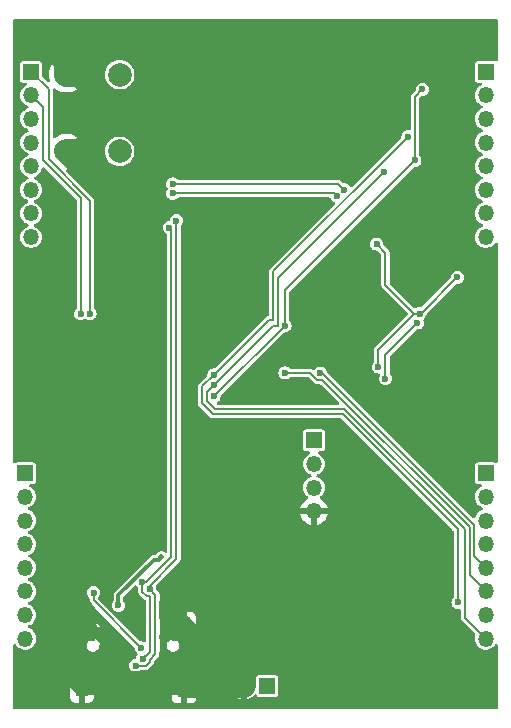
<source format=gbr>
%TF.GenerationSoftware,KiCad,Pcbnew,8.0.5*%
%TF.CreationDate,2025-02-08T11:35:46+01:00*%
%TF.ProjectId,ESP32 adon,45535033-3220-4616-946f-6e2e6b696361,rev?*%
%TF.SameCoordinates,Original*%
%TF.FileFunction,Copper,L2,Bot*%
%TF.FilePolarity,Positive*%
%FSLAX46Y46*%
G04 Gerber Fmt 4.6, Leading zero omitted, Abs format (unit mm)*
G04 Created by KiCad (PCBNEW 8.0.5) date 2025-02-08 11:35:46*
%MOMM*%
%LPD*%
G01*
G04 APERTURE LIST*
%TA.AperFunction,ComponentPad*%
%ADD10R,1.350000X1.350000*%
%TD*%
%TA.AperFunction,ComponentPad*%
%ADD11O,1.350000X1.350000*%
%TD*%
%TA.AperFunction,ComponentPad*%
%ADD12R,1.000000X2.000000*%
%TD*%
%TA.AperFunction,ComponentPad*%
%ADD13R,1.600000X1.000000*%
%TD*%
%TA.AperFunction,ComponentPad*%
%ADD14R,1.000000X2.300000*%
%TD*%
%TA.AperFunction,ComponentPad*%
%ADD15R,1.100000X2.400000*%
%TD*%
%TA.AperFunction,ComponentPad*%
%ADD16C,2.000000*%
%TD*%
%TA.AperFunction,ViaPad*%
%ADD17C,0.600000*%
%TD*%
%TA.AperFunction,ViaPad*%
%ADD18C,0.500000*%
%TD*%
%TA.AperFunction,Conductor*%
%ADD19C,0.200000*%
%TD*%
%TA.AperFunction,Conductor*%
%ADD20C,0.300000*%
%TD*%
%TA.AperFunction,Conductor*%
%ADD21C,1.000000*%
%TD*%
%TA.AperFunction,Conductor*%
%ADD22C,0.750000*%
%TD*%
%TA.AperFunction,Conductor*%
%ADD23C,2.000000*%
%TD*%
%TA.AperFunction,Conductor*%
%ADD24C,0.600000*%
%TD*%
G04 APERTURE END LIST*
D10*
%TO.P,J2,1,Pin_1*%
%TO.N,Net-(J2-Pin_1)*%
X51500000Y-89000000D03*
D11*
%TO.P,J2,2,Pin_2*%
%TO.N,Net-(J2-Pin_2)*%
X51500000Y-91000000D03*
%TO.P,J2,3,Pin_3*%
%TO.N,Net-(J2-Pin_3)*%
X51500000Y-93000000D03*
%TO.P,J2,4,Pin_4*%
%TO.N,Net-(J2-Pin_4)*%
X51500000Y-95000000D03*
%TO.P,J2,5,Pin_5*%
%TO.N,Net-(J2-Pin_5)*%
X51500000Y-97000000D03*
%TO.P,J2,6,Pin_6*%
%TO.N,Net-(J2-Pin_6)*%
X51500000Y-99000000D03*
%TO.P,J2,7,Pin_7*%
%TO.N,Net-(J2-Pin_7)*%
X51500000Y-101000000D03*
%TO.P,J2,8,Pin_8*%
%TO.N,Net-(J2-Pin_8)*%
X51500000Y-103000000D03*
%TD*%
D10*
%TO.P,J4,1,Pin_1*%
%TO.N,unconnected-(J4-Pin_1-Pad1)*%
X90500000Y-89000000D03*
D11*
%TO.P,J4,2,Pin_2*%
%TO.N,unconnected-(J4-Pin_2-Pad2)*%
X90500000Y-91000000D03*
%TO.P,J4,3,Pin_3*%
%TO.N,unconnected-(J4-Pin_3-Pad3)*%
X90500000Y-93000000D03*
%TO.P,J4,4,Pin_4*%
%TO.N,unconnected-(J4-Pin_4-Pad4)*%
X90500000Y-95000000D03*
%TO.P,J4,5,Pin_5*%
%TO.N,/RX*%
X90500000Y-97000000D03*
%TO.P,J4,6,Pin_6*%
%TO.N,/TX*%
X90500000Y-99000000D03*
%TO.P,J4,7,Pin_7*%
%TO.N,/SCL_{5V}*%
X90500000Y-101000000D03*
%TO.P,J4,8,Pin_8*%
%TO.N,/SDA_{5V}*%
X90500000Y-103000000D03*
%TD*%
D12*
%TO.P,J6,SH1,SHIELD*%
%TO.N,GND*%
X56315000Y-102225000D03*
D13*
X56615000Y-102725000D03*
%TO.P,J6,SH2,SHIELD*%
X64655000Y-102725000D03*
D12*
X64955000Y-102225000D03*
D14*
%TO.P,J6,SH3,SHIELD*%
X56315000Y-106775000D03*
D15*
%TO.P,J6,SH4,SHIELD*%
X64955000Y-106775000D03*
%TD*%
D10*
%TO.P,J5,1,Pin_1*%
%TO.N,Net-(J5-Pin_1)*%
X90500000Y-55000000D03*
D11*
%TO.P,J5,2,Pin_2*%
%TO.N,Net-(J5-Pin_2)*%
X90500000Y-57000000D03*
%TO.P,J5,3,Pin_3*%
%TO.N,Net-(J5-Pin_3)*%
X90500000Y-59000000D03*
%TO.P,J5,4,Pin_4*%
%TO.N,Net-(J5-Pin_4)*%
X90500000Y-61000000D03*
%TO.P,J5,5,Pin_5*%
%TO.N,unconnected-(J5-Pin_5-Pad5)*%
X90500000Y-63000000D03*
%TO.P,J5,6,Pin_6*%
%TO.N,unconnected-(J5-Pin_6-Pad6)*%
X90500000Y-65000000D03*
%TO.P,J5,7,Pin_7*%
%TO.N,unconnected-(J5-Pin_7-Pad7)*%
X90500000Y-67000000D03*
%TO.P,J5,8,Pin_8*%
%TO.N,unconnected-(J5-Pin_8-Pad8)*%
X90500000Y-69000000D03*
%TD*%
D16*
%TO.P,SW2,1,1*%
%TO.N,GND*%
X55000000Y-61750000D03*
X55000000Y-55250000D03*
%TO.P,SW2,2,2*%
%TO.N,Net-(U1-EN{slash}CHIP_PU)*%
X59500000Y-61750000D03*
X59500000Y-55250000D03*
%TD*%
D10*
%TO.P,J3,1,Pin_1*%
%TO.N,+5V*%
X72000000Y-107000000D03*
D11*
%TO.P,J3,2,Pin_2*%
%TO.N,GND*%
X70000000Y-107000000D03*
%TD*%
D10*
%TO.P,J1,1,Pin_1*%
%TO.N,Net-(J1-Pin_1)*%
X52000000Y-55000000D03*
D11*
%TO.P,J1,2,Pin_2*%
%TO.N,Net-(J1-Pin_2)*%
X52000000Y-57000000D03*
%TO.P,J1,3,Pin_3*%
%TO.N,Net-(J1-Pin_3)*%
X52000000Y-59000000D03*
%TO.P,J1,4,Pin_4*%
%TO.N,Net-(J1-Pin_4)*%
X52000000Y-61000000D03*
%TO.P,J1,5,Pin_5*%
%TO.N,Net-(J1-Pin_5)*%
X52000000Y-63000000D03*
%TO.P,J1,6,Pin_6*%
%TO.N,Net-(J1-Pin_6)*%
X52000000Y-65000000D03*
%TO.P,J1,7,Pin_7*%
%TO.N,Net-(J1-Pin_7)*%
X52000000Y-67000000D03*
%TO.P,J1,8,Pin_8*%
%TO.N,Net-(J1-Pin_8)*%
X52000000Y-69000000D03*
%TD*%
D10*
%TO.P,J7,1,Pin_1*%
%TO.N,+3.3V*%
X75955000Y-86215000D03*
D11*
%TO.P,J7,2,Pin_2*%
%TO.N,/SCL_{3.3V}*%
X75955000Y-88215000D03*
%TO.P,J7,3,Pin_3*%
%TO.N,/SDA_{3.3V}*%
X75955000Y-90215000D03*
%TO.P,J7,4,Pin_4*%
%TO.N,GND*%
X75955000Y-92215000D03*
%TD*%
D17*
%TO.N,GND*%
X87375000Y-94050000D03*
X63045000Y-86145000D03*
X86580000Y-93330000D03*
X67360000Y-97640000D03*
X81275000Y-88040000D03*
X78515000Y-100120000D03*
X63000000Y-93020000D03*
X72250000Y-85750000D03*
X78465000Y-63835000D03*
X57550000Y-77940000D03*
X64190000Y-66490000D03*
X61305000Y-83485000D03*
X75335000Y-81130000D03*
X90952500Y-82202500D03*
X65115000Y-79675000D03*
X85340000Y-92290000D03*
X88920000Y-69380000D03*
X74150000Y-84850000D03*
X69120000Y-57180000D03*
X85675000Y-57640000D03*
X79620000Y-86215000D03*
X64615000Y-50900000D03*
X59135000Y-94210000D03*
X61075000Y-77055000D03*
X89745000Y-71170000D03*
X62035000Y-83545000D03*
X82780000Y-75545000D03*
X84830000Y-94580000D03*
X78395000Y-59030000D03*
X74355000Y-68580000D03*
X65015000Y-77435000D03*
X61405000Y-50800000D03*
X61970000Y-79775000D03*
X59680000Y-85210000D03*
X63980000Y-62350000D03*
X63165000Y-104250000D03*
X74610000Y-73720000D03*
X59500000Y-68770000D03*
X86390000Y-106730000D03*
X72250000Y-88500000D03*
X56850000Y-81165000D03*
X63015000Y-83715000D03*
X55490000Y-81355000D03*
X76925000Y-62795000D03*
X57985000Y-104215000D03*
X74410000Y-62330000D03*
X79920000Y-105230000D03*
X60890000Y-88400000D03*
X63115000Y-79395000D03*
X63015000Y-76255000D03*
X86910000Y-84005000D03*
X63170000Y-90240000D03*
X78705000Y-51460000D03*
X63045000Y-87645000D03*
X78515000Y-102700000D03*
X87960000Y-90725000D03*
X83900000Y-58970000D03*
X70370000Y-57180000D03*
X76420000Y-63790000D03*
X68450000Y-95885000D03*
X84475000Y-69590000D03*
X77435000Y-63690000D03*
X65170000Y-92560000D03*
X70920000Y-91200000D03*
X84345000Y-74205000D03*
X71715000Y-91145000D03*
X69745000Y-57805000D03*
X81555000Y-51550000D03*
X88925000Y-61990000D03*
X85595000Y-71890000D03*
X72250000Y-89750000D03*
X81855000Y-74600000D03*
X58200000Y-78010000D03*
X75290000Y-100320000D03*
X85150000Y-51805000D03*
X57700000Y-87130000D03*
X64185000Y-98330000D03*
X58695000Y-75635000D03*
X58845000Y-80065000D03*
X76435000Y-61780000D03*
X66420000Y-87930000D03*
X55335000Y-98055000D03*
X76360000Y-72265000D03*
X82920000Y-100120000D03*
X60350000Y-97155000D03*
X88010000Y-63895000D03*
X82025000Y-88910000D03*
X69965000Y-97375000D03*
X59910000Y-87315000D03*
X72280000Y-70915000D03*
X57465000Y-50935000D03*
X85370000Y-87950000D03*
X81225000Y-72960000D03*
X70895000Y-93660000D03*
X76480000Y-73405000D03*
X65170000Y-89185000D03*
X77310000Y-59390000D03*
X65170000Y-86230000D03*
X63925000Y-57920000D03*
X75055000Y-79805000D03*
X60470000Y-92880000D03*
X90670000Y-83905000D03*
X90245000Y-52695000D03*
X87175000Y-56795000D03*
X70370000Y-55930000D03*
X63070000Y-85310000D03*
X72250000Y-87000000D03*
X78620000Y-57890000D03*
X72230000Y-80045000D03*
X70995000Y-57805000D03*
X71760000Y-73500000D03*
X58545000Y-99960000D03*
X60970000Y-79880000D03*
X65620000Y-79025000D03*
X83530000Y-73405000D03*
X69080000Y-67905000D03*
X74835000Y-76820000D03*
X81000000Y-74500000D03*
X85435000Y-70000000D03*
X68181325Y-100818675D03*
X65085000Y-87505000D03*
X60135000Y-83400000D03*
X59375000Y-65115000D03*
X71000000Y-82250000D03*
X74580000Y-66670000D03*
X57805000Y-95135000D03*
X74250000Y-96000000D03*
X65010000Y-100175000D03*
X88545000Y-85150000D03*
X59885000Y-79795000D03*
X74565000Y-75395000D03*
X73325000Y-98315000D03*
X50805000Y-76985000D03*
X86949277Y-75983589D03*
X70825000Y-96000000D03*
X90925000Y-85755000D03*
X70370000Y-58430000D03*
X63185000Y-88895000D03*
X69120000Y-58430000D03*
X73050000Y-62380000D03*
X88840000Y-91605000D03*
X87170000Y-71890000D03*
X82630000Y-69935000D03*
X74430000Y-58850000D03*
X71835000Y-75110000D03*
X69185000Y-90930000D03*
X57640000Y-85165000D03*
X72270000Y-91120000D03*
X79895000Y-82685000D03*
X70000000Y-102750000D03*
X78215000Y-70070000D03*
X84515000Y-103680000D03*
X73660000Y-81915000D03*
X65140000Y-91050000D03*
X69120000Y-55930000D03*
X59625000Y-73425000D03*
X88545000Y-83160000D03*
X90105000Y-75200000D03*
X69745000Y-56555000D03*
X69175000Y-96520000D03*
X85000000Y-77025000D03*
X57145000Y-100475000D03*
X56380000Y-99850000D03*
X70120000Y-73310000D03*
X72250000Y-84750000D03*
X87920000Y-53590000D03*
X62975000Y-91615000D03*
X86225000Y-95750000D03*
X82705000Y-72510000D03*
X89710000Y-82540000D03*
X89195000Y-52165000D03*
X70000000Y-81250000D03*
X78625000Y-52350000D03*
X64815000Y-96925000D03*
X88785000Y-56670000D03*
X71700000Y-93770000D03*
X68495000Y-57805000D03*
X87090000Y-89625000D03*
X74430000Y-63600000D03*
X81470000Y-92630000D03*
X82730000Y-106495000D03*
X65030000Y-85060000D03*
X65125000Y-83590000D03*
X81105000Y-70750000D03*
X72750000Y-102500000D03*
X85305000Y-58207500D03*
X63070000Y-77645000D03*
X89935000Y-83775000D03*
X76100000Y-57015000D03*
X80905000Y-98340000D03*
X88675000Y-58295000D03*
X57735000Y-97195000D03*
X68475000Y-95050000D03*
X78155000Y-84715000D03*
X85355000Y-101340000D03*
X65160000Y-95520000D03*
X86315000Y-58605000D03*
X57750000Y-91830000D03*
X55340000Y-97130000D03*
X90455000Y-80045000D03*
X70995000Y-56555000D03*
X82015000Y-84660000D03*
X82705000Y-71510000D03*
X81795000Y-103730000D03*
X69840000Y-88025000D03*
X86840000Y-57975000D03*
X63495000Y-100075000D03*
X88920000Y-65925000D03*
X90750000Y-79500000D03*
X74430000Y-60725000D03*
X86670000Y-75400000D03*
X75160000Y-57870000D03*
X57710000Y-88845000D03*
X82800000Y-52850000D03*
X78635000Y-72140000D03*
X84035000Y-86875000D03*
X79230000Y-77450000D03*
X87195000Y-69795000D03*
X76585000Y-71645000D03*
X82605000Y-60510000D03*
X59700000Y-91005000D03*
X67250000Y-79250000D03*
X76495000Y-60370000D03*
X84060000Y-90895000D03*
X77870000Y-54655000D03*
X67412650Y-100050000D03*
X85615000Y-73055000D03*
X69431325Y-102068675D03*
X51515000Y-78345000D03*
X73000000Y-99750000D03*
X74470000Y-89505000D03*
X72545000Y-93715000D03*
X76690000Y-66390000D03*
X68495000Y-56555000D03*
X51615000Y-75775000D03*
X77350000Y-55705000D03*
X56380000Y-95960000D03*
X77220000Y-85255000D03*
X81555000Y-52340000D03*
X82820000Y-89550000D03*
X90450000Y-84815000D03*
X59485000Y-50950000D03*
X80240000Y-86950000D03*
X76385000Y-104900000D03*
X88920000Y-72965000D03*
%TO.N,+5V*%
X84500000Y-62500000D03*
X85125000Y-56500000D03*
X73500000Y-76500000D03*
X67500000Y-82500000D03*
%TO.N,+5Vin*%
X59385000Y-100181765D03*
D18*
X63018261Y-96112498D03*
D17*
%TO.N,/D+*%
X61447431Y-104690452D03*
X61427867Y-98197867D03*
X63701228Y-68201137D03*
%TO.N,/D-*%
X64302270Y-67600095D03*
X60846389Y-105291494D03*
X62028909Y-98798909D03*
%TO.N,Net-(J1-Pin_2)*%
X56200000Y-75500000D03*
%TO.N,Net-(J1-Pin_1)*%
X57000000Y-75500000D03*
%TO.N,/RX*%
X76500000Y-80500000D03*
%TO.N,/TX*%
X73500000Y-80500000D03*
%TO.N,/SDA_{5V}*%
X81850000Y-63500000D03*
X67500000Y-81500000D03*
%TO.N,/SCL_{3.3V}*%
X77885421Y-65512149D03*
X84911120Y-75492370D03*
X64000000Y-65300003D03*
X81250000Y-69600000D03*
X88087500Y-72412500D03*
X81400000Y-80000000D03*
%TO.N,/SDA_{3.3V}*%
X78500000Y-65000000D03*
X82000000Y-81000000D03*
X84714191Y-76267754D03*
X64000000Y-64500000D03*
%TO.N,/SCL_{5V}*%
X67475737Y-80675734D03*
X83900000Y-60500000D03*
X88151472Y-99934315D03*
%TO.N,Net-(J6-CC2)*%
X61330000Y-103792582D03*
X57302500Y-99117500D03*
%TD*%
D19*
%TO.N,GND*%
X80650000Y-69030000D02*
X80680000Y-69000000D01*
D20*
X68055000Y-97640000D02*
X69175000Y-96520000D01*
D21*
X58635000Y-104455000D02*
X56315000Y-106775000D01*
D19*
X88920000Y-72965000D02*
X88920000Y-74012866D01*
D22*
X64277043Y-104605749D02*
X63520749Y-104605749D01*
D23*
X56315000Y-102225000D02*
X55335000Y-101245000D01*
D20*
X67360000Y-97640000D02*
X68055000Y-97640000D01*
D19*
X80680000Y-69000000D02*
X85523529Y-69000000D01*
D20*
X69890000Y-106890000D02*
X70000000Y-107000000D01*
D23*
X65560000Y-104206676D02*
X65560000Y-102830000D01*
X56850000Y-63600000D02*
X56850000Y-63690000D01*
D19*
X88920000Y-72396471D02*
X88920000Y-72965000D01*
D23*
X56850000Y-63690000D02*
X57950000Y-63690000D01*
D20*
X57465000Y-52785000D02*
X55000000Y-55250000D01*
D23*
X56315000Y-102225000D02*
X56315000Y-100616060D01*
X55000000Y-55250000D02*
X55000000Y-52590000D01*
D20*
X67360000Y-97640000D02*
X67360000Y-104360000D01*
D24*
X63165000Y-104250000D02*
X63165000Y-102995431D01*
D23*
X56315000Y-102225000D02*
X56428324Y-102225000D01*
D21*
X58855000Y-104455000D02*
X58635000Y-104455000D01*
D23*
X65560000Y-102830000D02*
X64955000Y-102225000D01*
D22*
X64935000Y-103202208D02*
X64935000Y-103947792D01*
D19*
X81555000Y-52340000D02*
X81555000Y-51550000D01*
X86949277Y-76050723D02*
X86000000Y-77000000D01*
X86000000Y-77000000D02*
X85025000Y-77000000D01*
D23*
X65180000Y-107000000D02*
X64955000Y-106775000D01*
D21*
X58855000Y-103745431D02*
X58855000Y-104455000D01*
D23*
X57010000Y-55871270D02*
X59058730Y-57920000D01*
D19*
X81555000Y-56485000D02*
X81555000Y-52340000D01*
D23*
X63830000Y-101100000D02*
X63830000Y-100075000D01*
D19*
X81470000Y-92630000D02*
X77580000Y-96520000D01*
D24*
X63165000Y-102995431D02*
X63330000Y-102830431D01*
D23*
X59058730Y-57920000D02*
X63925000Y-57920000D01*
X69431325Y-102068675D02*
X68181325Y-100818675D01*
D21*
X63610431Y-102550000D02*
X63330000Y-102830431D01*
D23*
X57010000Y-55285000D02*
X57010000Y-55871270D01*
D20*
X57465000Y-50935000D02*
X57465000Y-52785000D01*
D23*
X56428324Y-102225000D02*
X56603324Y-102050000D01*
D22*
X63205000Y-104290000D02*
X63205000Y-104250000D01*
D23*
X56315000Y-100616060D02*
X56002500Y-100303560D01*
X70000000Y-107000000D02*
X65180000Y-107000000D01*
D19*
X88920000Y-74012866D02*
X86949277Y-75983589D01*
X83900000Y-58970000D02*
X81485000Y-56555000D01*
D23*
X57950000Y-63690000D02*
X59375000Y-65115000D01*
X56105000Y-61750000D02*
X59935000Y-57920000D01*
X64955000Y-106775000D02*
X64938506Y-106791494D01*
X68181325Y-100818675D02*
X67412650Y-100050000D01*
D22*
X63485431Y-102675000D02*
X64407792Y-102675000D01*
D23*
X55000000Y-61750000D02*
X56850000Y-63600000D01*
X67412650Y-104317350D02*
X67412650Y-100050000D01*
X55000000Y-61750000D02*
X56105000Y-61750000D01*
X56315000Y-106775000D02*
X56331494Y-106791494D01*
X64955000Y-106775000D02*
X64770452Y-106590452D01*
D19*
X81485000Y-56555000D02*
X81555000Y-56485000D01*
D21*
X56790000Y-102550000D02*
X57659569Y-102550000D01*
D19*
X81000000Y-74500000D02*
X80650000Y-74150000D01*
X80650000Y-74150000D02*
X80650000Y-69030000D01*
D21*
X56615000Y-102725000D02*
X56790000Y-102550000D01*
D23*
X62975182Y-106791494D02*
X65560000Y-104206676D01*
X55335000Y-101245000D02*
X55335000Y-98055000D01*
X55710000Y-106170000D02*
X55710000Y-102830000D01*
D21*
X64480000Y-102550000D02*
X63610431Y-102550000D01*
D23*
X64955000Y-106775000D02*
X67412650Y-104317350D01*
D19*
X86949277Y-75983589D02*
X86949277Y-76050723D01*
D22*
X63520749Y-104605749D02*
X63205000Y-104290000D01*
D23*
X65630000Y-52440000D02*
X69120000Y-55930000D01*
X62234438Y-106590452D02*
X62033396Y-106791494D01*
X58294818Y-106791494D02*
X55710000Y-104206676D01*
X64938506Y-106791494D02*
X62975182Y-106791494D01*
D21*
X57659569Y-102550000D02*
X58855000Y-103745431D01*
D23*
X59935000Y-57920000D02*
X63925000Y-57920000D01*
X56975000Y-55250000D02*
X57010000Y-55285000D01*
X56315000Y-106775000D02*
X55710000Y-106170000D01*
X55710000Y-104206676D02*
X55710000Y-102830000D01*
X70000000Y-107000000D02*
X70000000Y-102750000D01*
D19*
X77580000Y-96520000D02*
X69175000Y-96520000D01*
X81485000Y-56555000D02*
X70995000Y-56555000D01*
D20*
X67360000Y-104360000D02*
X70000000Y-107000000D01*
D19*
X85025000Y-77000000D02*
X85000000Y-77025000D01*
D23*
X56331494Y-106791494D02*
X62975182Y-106791494D01*
X55000000Y-55250000D02*
X56975000Y-55250000D01*
D22*
X63330000Y-102830431D02*
X63485431Y-102675000D01*
D23*
X70000000Y-102750000D02*
X70000000Y-102637350D01*
D22*
X64935000Y-103947792D02*
X64277043Y-104605749D01*
D23*
X64955000Y-102225000D02*
X63830000Y-101100000D01*
D21*
X64655000Y-102725000D02*
X64480000Y-102550000D01*
D23*
X70000000Y-102637350D02*
X69431325Y-102068675D01*
D19*
X85523529Y-69000000D02*
X88920000Y-72396471D01*
D23*
X54850000Y-52440000D02*
X65630000Y-52440000D01*
X55000000Y-52590000D02*
X54850000Y-52440000D01*
X62033396Y-106791494D02*
X58294818Y-106791494D01*
X64770452Y-106590452D02*
X62234438Y-106590452D01*
D22*
X64407792Y-102675000D02*
X64935000Y-103202208D01*
D19*
%TO.N,+5V*%
X84500000Y-62500000D02*
X73500000Y-73500000D01*
X85125000Y-56500000D02*
X84500000Y-57125000D01*
X84500000Y-57125000D02*
X84500000Y-62500000D01*
X73500000Y-76500000D02*
X67500000Y-82500000D01*
X73500000Y-73500000D02*
X73500000Y-76500000D01*
D20*
%TO.N,+5Vin*%
X62809873Y-96320886D02*
X62385610Y-96320886D01*
X62712386Y-96320886D02*
X62385610Y-96320886D01*
X59385000Y-100181765D02*
X59385000Y-99321496D01*
X63018261Y-96112498D02*
X62809873Y-96320886D01*
X59385000Y-99321496D02*
X62385610Y-96320886D01*
D19*
%TO.N,/D+*%
X61428909Y-98835307D02*
X61427867Y-98834265D01*
X61780380Y-99398909D02*
X61428909Y-99047438D01*
X61710710Y-98197867D02*
X61427867Y-98197867D01*
X62078320Y-104059563D02*
X62080000Y-104057883D01*
X63852269Y-68352178D02*
X63852269Y-96056308D01*
X61447431Y-104690452D02*
X61679195Y-104458688D01*
X62080000Y-104057883D02*
X62080000Y-99486398D01*
X61992511Y-99398909D02*
X61780380Y-99398909D01*
X61679195Y-104458688D02*
X61726849Y-104458688D01*
X63852269Y-96056308D02*
X61710710Y-98197867D01*
X63701228Y-68201137D02*
X63852269Y-68352178D01*
X62078320Y-104107217D02*
X62078320Y-104059563D01*
X61428909Y-99047438D02*
X61428909Y-98835307D01*
X61726849Y-104458688D02*
X62078320Y-104107217D01*
X62080000Y-99486398D02*
X61992511Y-99398909D01*
X61427867Y-98834265D02*
X61427867Y-98197867D01*
%TO.N,/D-*%
X60846389Y-105291494D02*
X61482787Y-105291494D01*
X64302270Y-67600095D02*
X64302270Y-96242705D01*
X61483829Y-105290452D02*
X61695960Y-105290452D01*
X62528300Y-104245981D02*
X62530000Y-104244281D01*
X61482787Y-105291494D02*
X61483829Y-105290452D01*
X62047431Y-104774474D02*
X62528300Y-104293605D01*
X62028909Y-98516066D02*
X62028909Y-98798909D01*
X62528300Y-104293605D02*
X62528300Y-104245981D01*
X62530000Y-99300000D02*
X62028909Y-98798909D01*
X62047431Y-104938981D02*
X62047431Y-104774474D01*
X61695960Y-105290452D02*
X62047431Y-104938981D01*
X64302270Y-96242705D02*
X62028909Y-98516066D01*
X62530000Y-104244281D02*
X62530000Y-99300000D01*
%TO.N,Net-(J1-Pin_2)*%
X53000000Y-58000000D02*
X52000000Y-57000000D01*
X52975000Y-58025000D02*
X53000000Y-58000000D01*
X56200000Y-75500000D02*
X56200000Y-65700000D01*
X52975000Y-62475000D02*
X52975000Y-58025000D01*
X56200000Y-65700000D02*
X52975000Y-62475000D01*
%TO.N,Net-(J1-Pin_1)*%
X57000000Y-75500000D02*
X57000000Y-65934315D01*
X53500000Y-56500000D02*
X52000000Y-55000000D01*
X53500000Y-62434315D02*
X53500000Y-56500000D01*
X57000000Y-65934315D02*
X53500000Y-62434315D01*
%TO.N,/RX*%
X89525000Y-96025000D02*
X89525000Y-93365000D01*
X89525000Y-93365000D02*
X76660000Y-80500000D01*
X90500000Y-97000000D02*
X89525000Y-96025000D01*
X76660000Y-80500000D02*
X76500000Y-80500000D01*
%TO.N,/TX*%
X73500000Y-80500000D02*
X75651471Y-80500000D01*
X89125000Y-93590000D02*
X89125000Y-97625000D01*
X75651471Y-80500000D02*
X76251471Y-81100000D01*
X76251471Y-81100000D02*
X76635000Y-81100000D01*
X76635000Y-81100000D02*
X89125000Y-93590000D01*
X89125000Y-97625000D02*
X90500000Y-99000000D01*
%TO.N,/SDA_{5V}*%
X88751472Y-100182844D02*
X88725000Y-100209316D01*
X78535000Y-83565686D02*
X88725000Y-93755686D01*
X72900000Y-76500000D02*
X72500000Y-76500000D01*
X66900000Y-82900000D02*
X67565686Y-83565686D01*
X88725000Y-99659314D02*
X88751472Y-99685786D01*
X67500000Y-81500000D02*
X66900000Y-82100000D01*
X88725000Y-100209316D02*
X88725000Y-101225000D01*
X88725000Y-101225000D02*
X90500000Y-103000000D01*
X72900000Y-72450000D02*
X72900000Y-76500000D01*
X88751472Y-99685786D02*
X88751472Y-100182844D01*
X88725000Y-93755686D02*
X88725000Y-99659314D01*
X67565686Y-83565686D02*
X78535000Y-83565686D01*
X66900000Y-82100000D02*
X66900000Y-82900000D01*
X81850000Y-63500000D02*
X72900000Y-72450000D01*
X72500000Y-76500000D02*
X67500000Y-81500000D01*
%TO.N,/SCL_{3.3V}*%
X84444320Y-75492370D02*
X81400000Y-78536690D01*
X82000000Y-70350000D02*
X82000000Y-73048050D01*
X88087500Y-72412500D02*
X85007630Y-75492370D01*
X84911120Y-75492370D02*
X84444320Y-75492370D01*
X64000000Y-65300003D02*
X77673275Y-65300003D01*
X82000000Y-73048050D02*
X84444320Y-75492370D01*
X81250000Y-69600000D02*
X82000000Y-70350000D01*
X77673275Y-65300003D02*
X77885421Y-65512149D01*
X81400000Y-78536690D02*
X81400000Y-80000000D01*
X85007630Y-75492370D02*
X84911120Y-75492370D01*
%TO.N,/SDA_{3.3V}*%
X84714191Y-76267754D02*
X84714190Y-76267754D01*
X64000000Y-64500000D02*
X78000000Y-64500000D01*
X84714190Y-76267754D02*
X82000000Y-78981944D01*
X78000000Y-64500000D02*
X78500000Y-65000000D01*
X82000000Y-78981944D02*
X82000000Y-81000000D01*
%TO.N,/SCL_{5V}*%
X88151472Y-93747844D02*
X78403628Y-84000000D01*
X72151471Y-76000000D02*
X72500000Y-76000000D01*
X88151472Y-99934315D02*
X88151472Y-93747844D01*
X66500000Y-81651471D02*
X67475737Y-80675734D01*
X78403628Y-84000000D02*
X67434314Y-84000000D01*
X72500000Y-76000000D02*
X72500000Y-71900000D01*
X72500000Y-71900000D02*
X83900000Y-60500000D01*
X67434314Y-84000000D02*
X66500000Y-83065686D01*
X66500000Y-83065686D02*
X66500000Y-81651471D01*
X67475737Y-80675734D02*
X72151471Y-76000000D01*
%TO.N,Net-(J6-CC2)*%
X57302500Y-99765082D02*
X57302500Y-99117500D01*
X61330000Y-103792582D02*
X57302500Y-99765082D01*
%TD*%
%TA.AperFunction,Conductor*%
%TO.N,GND*%
G36*
X91442539Y-50520185D02*
G01*
X91488294Y-50572989D01*
X91499500Y-50624500D01*
X91499500Y-54008562D01*
X91479815Y-54075601D01*
X91427011Y-54121356D01*
X91357853Y-54131300D01*
X91306610Y-54111665D01*
X91272739Y-54089033D01*
X91272735Y-54089032D01*
X91199677Y-54074500D01*
X91199674Y-54074500D01*
X89800326Y-54074500D01*
X89800323Y-54074500D01*
X89727264Y-54089032D01*
X89727260Y-54089033D01*
X89644399Y-54144399D01*
X89589033Y-54227260D01*
X89589032Y-54227264D01*
X89574500Y-54300321D01*
X89574500Y-55699678D01*
X89589032Y-55772735D01*
X89589033Y-55772739D01*
X89589034Y-55772740D01*
X89644399Y-55855601D01*
X89689807Y-55885941D01*
X89727260Y-55910966D01*
X89727264Y-55910967D01*
X89800321Y-55925499D01*
X89800324Y-55925500D01*
X90054563Y-55925500D01*
X90121602Y-55945185D01*
X90167357Y-55997989D01*
X90177301Y-56067147D01*
X90148276Y-56130703D01*
X90104998Y-56162780D01*
X90034702Y-56194076D01*
X89877305Y-56308433D01*
X89877302Y-56308435D01*
X89747129Y-56453009D01*
X89649857Y-56621488D01*
X89649856Y-56621489D01*
X89589738Y-56806516D01*
X89569402Y-57000000D01*
X89589738Y-57193483D01*
X89649856Y-57378510D01*
X89649857Y-57378511D01*
X89696415Y-57459151D01*
X89747130Y-57546992D01*
X89779183Y-57582590D01*
X89877302Y-57691564D01*
X89877305Y-57691566D01*
X89877308Y-57691569D01*
X89995352Y-57777333D01*
X90034702Y-57805923D01*
X90216178Y-57886720D01*
X90269415Y-57931970D01*
X90289737Y-57998819D01*
X90270692Y-58066043D01*
X90218326Y-58112299D01*
X90216178Y-58113280D01*
X90034702Y-58194076D01*
X89877305Y-58308433D01*
X89877302Y-58308435D01*
X89747129Y-58453009D01*
X89649857Y-58621488D01*
X89649856Y-58621489D01*
X89589738Y-58806516D01*
X89569402Y-59000000D01*
X89589738Y-59193483D01*
X89649856Y-59378510D01*
X89649857Y-59378511D01*
X89696415Y-59459151D01*
X89747130Y-59546992D01*
X89779183Y-59582590D01*
X89877302Y-59691564D01*
X89877305Y-59691566D01*
X89877308Y-59691569D01*
X89995352Y-59777333D01*
X90034702Y-59805923D01*
X90216178Y-59886720D01*
X90269415Y-59931970D01*
X90289737Y-59998819D01*
X90270692Y-60066043D01*
X90218326Y-60112299D01*
X90216178Y-60113280D01*
X90034702Y-60194076D01*
X89877305Y-60308433D01*
X89877302Y-60308435D01*
X89747129Y-60453009D01*
X89649857Y-60621488D01*
X89649856Y-60621489D01*
X89589738Y-60806516D01*
X89569402Y-61000000D01*
X89589738Y-61193483D01*
X89649856Y-61378510D01*
X89649857Y-61378511D01*
X89669361Y-61412292D01*
X89747130Y-61546992D01*
X89779183Y-61582590D01*
X89877302Y-61691564D01*
X89877305Y-61691566D01*
X89877308Y-61691569D01*
X89957734Y-61750002D01*
X90034702Y-61805923D01*
X90216178Y-61886720D01*
X90269415Y-61931970D01*
X90289737Y-61998819D01*
X90270692Y-62066043D01*
X90218326Y-62112299D01*
X90216178Y-62113280D01*
X90034702Y-62194076D01*
X89877305Y-62308433D01*
X89877302Y-62308435D01*
X89747129Y-62453009D01*
X89649857Y-62621488D01*
X89649856Y-62621489D01*
X89589738Y-62806516D01*
X89569402Y-63000000D01*
X89589738Y-63193483D01*
X89649856Y-63378510D01*
X89649857Y-63378511D01*
X89696415Y-63459151D01*
X89747130Y-63546992D01*
X89779183Y-63582590D01*
X89877302Y-63691564D01*
X89877305Y-63691566D01*
X89877308Y-63691569D01*
X89995352Y-63777333D01*
X90034702Y-63805923D01*
X90216178Y-63886720D01*
X90269415Y-63931970D01*
X90289737Y-63998819D01*
X90270692Y-64066043D01*
X90218326Y-64112299D01*
X90216178Y-64113280D01*
X90034702Y-64194076D01*
X89877305Y-64308433D01*
X89877302Y-64308435D01*
X89747129Y-64453009D01*
X89649857Y-64621488D01*
X89649856Y-64621489D01*
X89589738Y-64806516D01*
X89569402Y-65000000D01*
X89589738Y-65193483D01*
X89649856Y-65378510D01*
X89649857Y-65378511D01*
X89687501Y-65443712D01*
X89747130Y-65546992D01*
X89774712Y-65577625D01*
X89877302Y-65691564D01*
X89877305Y-65691566D01*
X89877308Y-65691569D01*
X89995352Y-65777333D01*
X90034702Y-65805923D01*
X90216178Y-65886720D01*
X90269415Y-65931970D01*
X90289737Y-65998819D01*
X90270692Y-66066043D01*
X90218326Y-66112299D01*
X90216178Y-66113280D01*
X90034702Y-66194076D01*
X89877305Y-66308433D01*
X89877302Y-66308435D01*
X89747129Y-66453009D01*
X89649857Y-66621488D01*
X89649856Y-66621489D01*
X89589738Y-66806516D01*
X89569402Y-67000000D01*
X89589738Y-67193483D01*
X89649856Y-67378510D01*
X89649857Y-67378511D01*
X89694819Y-67456387D01*
X89747130Y-67546992D01*
X89779183Y-67582590D01*
X89877302Y-67691564D01*
X89877305Y-67691566D01*
X89877308Y-67691569D01*
X89995352Y-67777333D01*
X90034702Y-67805923D01*
X90216178Y-67886720D01*
X90269415Y-67931970D01*
X90289737Y-67998819D01*
X90270692Y-68066043D01*
X90218326Y-68112299D01*
X90216178Y-68113280D01*
X90034702Y-68194076D01*
X89877305Y-68308433D01*
X89877302Y-68308435D01*
X89747129Y-68453009D01*
X89649857Y-68621488D01*
X89649856Y-68621489D01*
X89589738Y-68806516D01*
X89569402Y-69000000D01*
X89589738Y-69193483D01*
X89649856Y-69378510D01*
X89649857Y-69378511D01*
X89694764Y-69456291D01*
X89747130Y-69546992D01*
X89779183Y-69582590D01*
X89877302Y-69691564D01*
X89877305Y-69691566D01*
X89877308Y-69691569D01*
X89995352Y-69777333D01*
X90034702Y-69805923D01*
X90102926Y-69836297D01*
X90212429Y-69885051D01*
X90402726Y-69925500D01*
X90597274Y-69925500D01*
X90787571Y-69885051D01*
X90965299Y-69805922D01*
X91122692Y-69691569D01*
X91252870Y-69546992D01*
X91268113Y-69520589D01*
X91318679Y-69472375D01*
X91387285Y-69459151D01*
X91452151Y-69485118D01*
X91492680Y-69542032D01*
X91499500Y-69582590D01*
X91499500Y-88008562D01*
X91479815Y-88075601D01*
X91427011Y-88121356D01*
X91357853Y-88131300D01*
X91306610Y-88111665D01*
X91272739Y-88089033D01*
X91272735Y-88089032D01*
X91199677Y-88074500D01*
X91199674Y-88074500D01*
X89800326Y-88074500D01*
X89800323Y-88074500D01*
X89727264Y-88089032D01*
X89727260Y-88089033D01*
X89644399Y-88144399D01*
X89589033Y-88227260D01*
X89589032Y-88227264D01*
X89574500Y-88300321D01*
X89574500Y-89699678D01*
X89589032Y-89772735D01*
X89589033Y-89772739D01*
X89589034Y-89772740D01*
X89644399Y-89855601D01*
X89689807Y-89885941D01*
X89727260Y-89910966D01*
X89727264Y-89910967D01*
X89800321Y-89925499D01*
X89800324Y-89925500D01*
X90054563Y-89925500D01*
X90121602Y-89945185D01*
X90167357Y-89997989D01*
X90177301Y-90067147D01*
X90148276Y-90130703D01*
X90104998Y-90162780D01*
X90034702Y-90194076D01*
X89877305Y-90308433D01*
X89877302Y-90308435D01*
X89747129Y-90453009D01*
X89649857Y-90621488D01*
X89649856Y-90621489D01*
X89589738Y-90806516D01*
X89569402Y-91000000D01*
X89589738Y-91193483D01*
X89649856Y-91378510D01*
X89649857Y-91378511D01*
X89673819Y-91420014D01*
X89747130Y-91546992D01*
X89779183Y-91582590D01*
X89877302Y-91691564D01*
X89877305Y-91691566D01*
X89877308Y-91691569D01*
X89995352Y-91777333D01*
X90034702Y-91805923D01*
X90216178Y-91886720D01*
X90269415Y-91931970D01*
X90289737Y-91998819D01*
X90270692Y-92066043D01*
X90218326Y-92112299D01*
X90216178Y-92113280D01*
X90034702Y-92194076D01*
X89877305Y-92308433D01*
X89877302Y-92308435D01*
X89747129Y-92453009D01*
X89649857Y-92621488D01*
X89649856Y-92621490D01*
X89620990Y-92710333D01*
X89581553Y-92768008D01*
X89517194Y-92795207D01*
X89448348Y-92783293D01*
X89415378Y-92759696D01*
X77068740Y-80413058D01*
X77040135Y-80363512D01*
X77039441Y-80363800D01*
X77037256Y-80358526D01*
X77036645Y-80357467D01*
X77036328Y-80356285D01*
X76986936Y-80237042D01*
X76980861Y-80222375D01*
X76892621Y-80107379D01*
X76777625Y-80019139D01*
X76777624Y-80019138D01*
X76777622Y-80019137D01*
X76643712Y-79963671D01*
X76643710Y-79963670D01*
X76643709Y-79963670D01*
X76571854Y-79954210D01*
X76500001Y-79944750D01*
X76499999Y-79944750D01*
X76356291Y-79963670D01*
X76356287Y-79963671D01*
X76222377Y-80019137D01*
X76164877Y-80063259D01*
X76107379Y-80107379D01*
X76107378Y-80107380D01*
X76107377Y-80107381D01*
X76039500Y-80195839D01*
X75983072Y-80237042D01*
X75913326Y-80241196D01*
X75874200Y-80222763D01*
X75873721Y-80223593D01*
X75786762Y-80173387D01*
X75786758Y-80173385D01*
X75781397Y-80171949D01*
X75781397Y-80171948D01*
X75712947Y-80153608D01*
X75697615Y-80149500D01*
X75697614Y-80149500D01*
X73986092Y-80149500D01*
X73919053Y-80129815D01*
X73899587Y-80111913D01*
X73898372Y-80113129D01*
X73892627Y-80107384D01*
X73892621Y-80107379D01*
X73777625Y-80019139D01*
X73777624Y-80019138D01*
X73777622Y-80019137D01*
X73643712Y-79963671D01*
X73643710Y-79963670D01*
X73643709Y-79963670D01*
X73571854Y-79954210D01*
X73500001Y-79944750D01*
X73499999Y-79944750D01*
X73356291Y-79963670D01*
X73356287Y-79963671D01*
X73222377Y-80019137D01*
X73107379Y-80107379D01*
X73019137Y-80222377D01*
X72963671Y-80356287D01*
X72963670Y-80356291D01*
X72947270Y-80480862D01*
X72944750Y-80500000D01*
X72961567Y-80627739D01*
X72963670Y-80643708D01*
X72963671Y-80643712D01*
X73019137Y-80777622D01*
X73019138Y-80777624D01*
X73019139Y-80777625D01*
X73107379Y-80892621D01*
X73222375Y-80980861D01*
X73356291Y-81036330D01*
X73483280Y-81053048D01*
X73499999Y-81055250D01*
X73500000Y-81055250D01*
X73500001Y-81055250D01*
X73514977Y-81053278D01*
X73643709Y-81036330D01*
X73777625Y-80980861D01*
X73892621Y-80892621D01*
X73892623Y-80892617D01*
X73892627Y-80892615D01*
X73898372Y-80886871D01*
X73900888Y-80889387D01*
X73944183Y-80857797D01*
X73986092Y-80850500D01*
X75454927Y-80850500D01*
X75521966Y-80870185D01*
X75542608Y-80886819D01*
X76036259Y-81380470D01*
X76036261Y-81380471D01*
X76036265Y-81380474D01*
X76079593Y-81405489D01*
X76079595Y-81405490D01*
X76079599Y-81405492D01*
X76116183Y-81426614D01*
X76205327Y-81450500D01*
X76438456Y-81450500D01*
X76505495Y-81470185D01*
X76526137Y-81486819D01*
X78042823Y-83003505D01*
X78076308Y-83064828D01*
X78071324Y-83134520D01*
X78029452Y-83190453D01*
X77963988Y-83214870D01*
X77955142Y-83215186D01*
X67834536Y-83215186D01*
X67767497Y-83195501D01*
X67721742Y-83142697D01*
X67711798Y-83073539D01*
X67740823Y-83009983D01*
X67772537Y-82983798D01*
X67777617Y-82980863D01*
X67777625Y-82980861D01*
X67892621Y-82892621D01*
X67980861Y-82777625D01*
X68036330Y-82643709D01*
X68055250Y-82500000D01*
X68055250Y-82499999D01*
X68055250Y-82491871D01*
X68059013Y-82491871D01*
X68066492Y-82440188D01*
X68091556Y-82404123D01*
X73404122Y-77091557D01*
X73465443Y-77058074D01*
X73491871Y-77057117D01*
X73491871Y-77055250D01*
X73500000Y-77055250D01*
X73643709Y-77036330D01*
X73777625Y-76980861D01*
X73892621Y-76892621D01*
X73980861Y-76777625D01*
X74036330Y-76643709D01*
X74055250Y-76500000D01*
X74036330Y-76356291D01*
X73980861Y-76222375D01*
X73892621Y-76107379D01*
X73892619Y-76107377D01*
X73892615Y-76107372D01*
X73886871Y-76101628D01*
X73889387Y-76099111D01*
X73857797Y-76055817D01*
X73850500Y-76013908D01*
X73850500Y-73696543D01*
X73870185Y-73629504D01*
X73886814Y-73608867D01*
X77895682Y-69599999D01*
X80694750Y-69599999D01*
X80694750Y-69600000D01*
X80713670Y-69743708D01*
X80713671Y-69743712D01*
X80769137Y-69877622D01*
X80769138Y-69877624D01*
X80769139Y-69877625D01*
X80857379Y-69992621D01*
X80972375Y-70080861D01*
X81106291Y-70136330D01*
X81250000Y-70155250D01*
X81258129Y-70155250D01*
X81258129Y-70158828D01*
X81310970Y-70167031D01*
X81345878Y-70191560D01*
X81613181Y-70458863D01*
X81646666Y-70520186D01*
X81649500Y-70546544D01*
X81649500Y-73094193D01*
X81670719Y-73173385D01*
X81673385Y-73183336D01*
X81719529Y-73263260D01*
X81719531Y-73263263D01*
X83860957Y-75404689D01*
X83894442Y-75466012D01*
X83889458Y-75535704D01*
X83860957Y-75580051D01*
X81119531Y-78321476D01*
X81119527Y-78321481D01*
X81073387Y-78401399D01*
X81073386Y-78401402D01*
X81049500Y-78490546D01*
X81049500Y-79513908D01*
X81029815Y-79580947D01*
X81011913Y-79600412D01*
X81013129Y-79601628D01*
X81007384Y-79607372D01*
X80919137Y-79722377D01*
X80863671Y-79856287D01*
X80863670Y-79856291D01*
X80844750Y-79999999D01*
X80844750Y-80000000D01*
X80863670Y-80143708D01*
X80863671Y-80143712D01*
X80919137Y-80277622D01*
X80919138Y-80277624D01*
X80919139Y-80277625D01*
X81007379Y-80392621D01*
X81122375Y-80480861D01*
X81122376Y-80480861D01*
X81122377Y-80480862D01*
X81167013Y-80499350D01*
X81256291Y-80536330D01*
X81383280Y-80553048D01*
X81399999Y-80555250D01*
X81402785Y-80555250D01*
X81405049Y-80555914D01*
X81408058Y-80556311D01*
X81407996Y-80556780D01*
X81469824Y-80574935D01*
X81515579Y-80627739D01*
X81525523Y-80696897D01*
X81517346Y-80726702D01*
X81463671Y-80856287D01*
X81463670Y-80856291D01*
X81444750Y-80999999D01*
X81444750Y-81000000D01*
X81463670Y-81143708D01*
X81463671Y-81143712D01*
X81519137Y-81277622D01*
X81519138Y-81277624D01*
X81519139Y-81277625D01*
X81607379Y-81392621D01*
X81722375Y-81480861D01*
X81856291Y-81536330D01*
X81983280Y-81553048D01*
X81999999Y-81555250D01*
X82000000Y-81555250D01*
X82000001Y-81555250D01*
X82014977Y-81553278D01*
X82143709Y-81536330D01*
X82277625Y-81480861D01*
X82392621Y-81392621D01*
X82480861Y-81277625D01*
X82536330Y-81143709D01*
X82555250Y-81000000D01*
X82536330Y-80856291D01*
X82480861Y-80722375D01*
X82392621Y-80607379D01*
X82392619Y-80607377D01*
X82392615Y-80607372D01*
X82386871Y-80601628D01*
X82389387Y-80599111D01*
X82357797Y-80555817D01*
X82350500Y-80513908D01*
X82350500Y-79178486D01*
X82370185Y-79111447D01*
X82386814Y-79090810D01*
X84618312Y-76859311D01*
X84679633Y-76825828D01*
X84706062Y-76824845D01*
X84706062Y-76823004D01*
X84714191Y-76823004D01*
X84857900Y-76804084D01*
X84991816Y-76748615D01*
X85106812Y-76660375D01*
X85195052Y-76545379D01*
X85250521Y-76411463D01*
X85269441Y-76267754D01*
X85250521Y-76124045D01*
X85224629Y-76061536D01*
X85217161Y-75992071D01*
X85248436Y-75929591D01*
X85263698Y-75915716D01*
X85303741Y-75884991D01*
X85391981Y-75769995D01*
X85447450Y-75636079D01*
X85455274Y-75576642D01*
X85483540Y-75512748D01*
X85490520Y-75505160D01*
X87991623Y-73004057D01*
X88052944Y-72970574D01*
X88079371Y-72969644D01*
X88079371Y-72967750D01*
X88087500Y-72967750D01*
X88231209Y-72948830D01*
X88365125Y-72893361D01*
X88480121Y-72805121D01*
X88568361Y-72690125D01*
X88623830Y-72556209D01*
X88642750Y-72412500D01*
X88623830Y-72268791D01*
X88568361Y-72134875D01*
X88480121Y-72019879D01*
X88365125Y-71931639D01*
X88365124Y-71931638D01*
X88365122Y-71931637D01*
X88231212Y-71876171D01*
X88231210Y-71876170D01*
X88231209Y-71876170D01*
X88159354Y-71866710D01*
X88087501Y-71857250D01*
X88087499Y-71857250D01*
X87943791Y-71876170D01*
X87943787Y-71876171D01*
X87809877Y-71931637D01*
X87694879Y-72019879D01*
X87606637Y-72134877D01*
X87551171Y-72268787D01*
X87551170Y-72268791D01*
X87532250Y-72412500D01*
X87532250Y-72420628D01*
X87528956Y-72420628D01*
X87519692Y-72475088D01*
X87495939Y-72508377D01*
X85092279Y-74912037D01*
X85030956Y-74945522D01*
X84988414Y-74947295D01*
X84911123Y-74937120D01*
X84911119Y-74937120D01*
X84767411Y-74956040D01*
X84767407Y-74956041D01*
X84633495Y-75011508D01*
X84621111Y-75021011D01*
X84555941Y-75046203D01*
X84487497Y-75032163D01*
X84457946Y-75010314D01*
X82386819Y-72939187D01*
X82353334Y-72877864D01*
X82350500Y-72851506D01*
X82350500Y-70303858D01*
X82350500Y-70303856D01*
X82326614Y-70214712D01*
X82299085Y-70167031D01*
X82280472Y-70134791D01*
X82280468Y-70134786D01*
X81841560Y-69695878D01*
X81808075Y-69634555D01*
X81806983Y-69608129D01*
X81805250Y-69608129D01*
X81805250Y-69600000D01*
X81794795Y-69520591D01*
X81786330Y-69456291D01*
X81730861Y-69322375D01*
X81642621Y-69207379D01*
X81527625Y-69119139D01*
X81527624Y-69119138D01*
X81527622Y-69119137D01*
X81393712Y-69063671D01*
X81393710Y-69063670D01*
X81393709Y-69063670D01*
X81321854Y-69054210D01*
X81250001Y-69044750D01*
X81249999Y-69044750D01*
X81106291Y-69063670D01*
X81106287Y-69063671D01*
X80972377Y-69119137D01*
X80857379Y-69207379D01*
X80769137Y-69322377D01*
X80713671Y-69456287D01*
X80713670Y-69456291D01*
X80694750Y-69599999D01*
X77895682Y-69599999D01*
X84404123Y-63091557D01*
X84465444Y-63058074D01*
X84491871Y-63057144D01*
X84491871Y-63055250D01*
X84500000Y-63055250D01*
X84643709Y-63036330D01*
X84777625Y-62980861D01*
X84892621Y-62892621D01*
X84980861Y-62777625D01*
X85036330Y-62643709D01*
X85055250Y-62500000D01*
X85036330Y-62356291D01*
X84980861Y-62222375D01*
X84892621Y-62107379D01*
X84892619Y-62107377D01*
X84892615Y-62107372D01*
X84886871Y-62101628D01*
X84889387Y-62099111D01*
X84857797Y-62055817D01*
X84850500Y-62013908D01*
X84850500Y-57321543D01*
X84870185Y-57254504D01*
X84886810Y-57233871D01*
X85029124Y-57091556D01*
X85090443Y-57058074D01*
X85116871Y-57057144D01*
X85116871Y-57055250D01*
X85125000Y-57055250D01*
X85268709Y-57036330D01*
X85402625Y-56980861D01*
X85517621Y-56892621D01*
X85605861Y-56777625D01*
X85661330Y-56643709D01*
X85680250Y-56500000D01*
X85661330Y-56356291D01*
X85605861Y-56222375D01*
X85517621Y-56107379D01*
X85402625Y-56019139D01*
X85402624Y-56019138D01*
X85402622Y-56019137D01*
X85268712Y-55963671D01*
X85268710Y-55963670D01*
X85268709Y-55963670D01*
X85196854Y-55954210D01*
X85125001Y-55944750D01*
X85124999Y-55944750D01*
X84981291Y-55963670D01*
X84981287Y-55963671D01*
X84847377Y-56019137D01*
X84732379Y-56107379D01*
X84644137Y-56222377D01*
X84588671Y-56356287D01*
X84588670Y-56356291D01*
X84569750Y-56500000D01*
X84569750Y-56508128D01*
X84566456Y-56508128D01*
X84557192Y-56562588D01*
X84533440Y-56595877D01*
X84351696Y-56777622D01*
X84219530Y-56909788D01*
X84178496Y-56980861D01*
X84175638Y-56985810D01*
X84173386Y-56989711D01*
X84173386Y-56989712D01*
X84149500Y-57078856D01*
X84149500Y-59836202D01*
X84129815Y-59903241D01*
X84077011Y-59948996D01*
X84009315Y-59959141D01*
X83900002Y-59944750D01*
X83899999Y-59944750D01*
X83756291Y-59963670D01*
X83756287Y-59963671D01*
X83622377Y-60019137D01*
X83507379Y-60107379D01*
X83419137Y-60222377D01*
X83363671Y-60356287D01*
X83363670Y-60356291D01*
X83344750Y-60500000D01*
X83344750Y-60508128D01*
X83341456Y-60508128D01*
X83332192Y-60562588D01*
X83308439Y-60595877D01*
X79168146Y-64736170D01*
X79106823Y-64769655D01*
X79037131Y-64764671D01*
X78982090Y-64723976D01*
X78903447Y-64621488D01*
X78892621Y-64607379D01*
X78777625Y-64519139D01*
X78777624Y-64519138D01*
X78777622Y-64519137D01*
X78643712Y-64463671D01*
X78643710Y-64463670D01*
X78643709Y-64463670D01*
X78552638Y-64451680D01*
X78500001Y-64444750D01*
X78491873Y-64444750D01*
X78491873Y-64441243D01*
X78438613Y-64432772D01*
X78404122Y-64408440D01*
X78215213Y-64219531D01*
X78215208Y-64219527D01*
X78135291Y-64173387D01*
X78135287Y-64173385D01*
X78129926Y-64171949D01*
X78129926Y-64171948D01*
X78061476Y-64153608D01*
X78046144Y-64149500D01*
X78046143Y-64149500D01*
X64486092Y-64149500D01*
X64419053Y-64129815D01*
X64399587Y-64111913D01*
X64398372Y-64113129D01*
X64392627Y-64107384D01*
X64392621Y-64107379D01*
X64277625Y-64019139D01*
X64277624Y-64019138D01*
X64277622Y-64019137D01*
X64143712Y-63963671D01*
X64143710Y-63963670D01*
X64143709Y-63963670D01*
X64071854Y-63954210D01*
X64000001Y-63944750D01*
X63999999Y-63944750D01*
X63856291Y-63963670D01*
X63856287Y-63963671D01*
X63722377Y-64019137D01*
X63607379Y-64107379D01*
X63519137Y-64222377D01*
X63463671Y-64356287D01*
X63463670Y-64356291D01*
X63451112Y-64451680D01*
X63444750Y-64500000D01*
X63460744Y-64621488D01*
X63463670Y-64643708D01*
X63463671Y-64643712D01*
X63519137Y-64777622D01*
X63519138Y-64777624D01*
X63519139Y-64777625D01*
X63555119Y-64824515D01*
X63580313Y-64889684D01*
X63566275Y-64958128D01*
X63555119Y-64975487D01*
X63519139Y-65022377D01*
X63519138Y-65022379D01*
X63463671Y-65156290D01*
X63463670Y-65156294D01*
X63444750Y-65300002D01*
X63444750Y-65300003D01*
X63463670Y-65443711D01*
X63463671Y-65443715D01*
X63519137Y-65577625D01*
X63519138Y-65577627D01*
X63519139Y-65577628D01*
X63607379Y-65692624D01*
X63722375Y-65780864D01*
X63856291Y-65836333D01*
X63983280Y-65853051D01*
X63999999Y-65855253D01*
X64000000Y-65855253D01*
X64000001Y-65855253D01*
X64014977Y-65853281D01*
X64143709Y-65836333D01*
X64277625Y-65780864D01*
X64392621Y-65692624D01*
X64392623Y-65692620D01*
X64392627Y-65692618D01*
X64398372Y-65686874D01*
X64400888Y-65689390D01*
X64444183Y-65657800D01*
X64486092Y-65650503D01*
X77264018Y-65650503D01*
X77331057Y-65670188D01*
X77376812Y-65722992D01*
X77378579Y-65727050D01*
X77404560Y-65789774D01*
X77492800Y-65904770D01*
X77607796Y-65993010D01*
X77621820Y-65998819D01*
X77650957Y-66010888D01*
X77705361Y-66054729D01*
X77727426Y-66121023D01*
X77710147Y-66188722D01*
X77691186Y-66213130D01*
X72219531Y-71684786D01*
X72219527Y-71684791D01*
X72173387Y-71764709D01*
X72173386Y-71764712D01*
X72149500Y-71853856D01*
X72149500Y-75542515D01*
X72129815Y-75609554D01*
X72077011Y-75655309D01*
X72057595Y-75662289D01*
X72016184Y-75673385D01*
X72016183Y-75673385D01*
X71936258Y-75719531D01*
X71936255Y-75719533D01*
X67571614Y-80084173D01*
X67510291Y-80117658D01*
X67483865Y-80118942D01*
X67483865Y-80120484D01*
X67475737Y-80120484D01*
X67332028Y-80139404D01*
X67332024Y-80139405D01*
X67198114Y-80194871D01*
X67083116Y-80283113D01*
X66994874Y-80398111D01*
X66939408Y-80532021D01*
X66939407Y-80532025D01*
X66920487Y-80675734D01*
X66920487Y-80683862D01*
X66917193Y-80683862D01*
X66907929Y-80738322D01*
X66884176Y-80771611D01*
X66219532Y-81436256D01*
X66219528Y-81436262D01*
X66182729Y-81499999D01*
X66182729Y-81500000D01*
X66173386Y-81516183D01*
X66173385Y-81516186D01*
X66149500Y-81605327D01*
X66149500Y-83111829D01*
X66167877Y-83180414D01*
X66167893Y-83180471D01*
X66173386Y-83200975D01*
X66219527Y-83280894D01*
X66219529Y-83280897D01*
X66219530Y-83280898D01*
X67219102Y-84280470D01*
X67299026Y-84326614D01*
X67388170Y-84350500D01*
X67388171Y-84350500D01*
X67480458Y-84350500D01*
X78207084Y-84350500D01*
X78274123Y-84370185D01*
X78294765Y-84386819D01*
X87764653Y-93856707D01*
X87798138Y-93918030D01*
X87800972Y-93944388D01*
X87800972Y-99448223D01*
X87781287Y-99515262D01*
X87763385Y-99534727D01*
X87764601Y-99535943D01*
X87758856Y-99541687D01*
X87670609Y-99656692D01*
X87615143Y-99790602D01*
X87615142Y-99790606D01*
X87597383Y-99925500D01*
X87596222Y-99934315D01*
X87609879Y-100038052D01*
X87615142Y-100078023D01*
X87615143Y-100078027D01*
X87670609Y-100211937D01*
X87670610Y-100211939D01*
X87670611Y-100211940D01*
X87758851Y-100326936D01*
X87873847Y-100415176D01*
X88007763Y-100470645D01*
X88134752Y-100487363D01*
X88151471Y-100489565D01*
X88151472Y-100489565D01*
X88151473Y-100489565D01*
X88170507Y-100487058D01*
X88234315Y-100478658D01*
X88303349Y-100489423D01*
X88355605Y-100535803D01*
X88374500Y-100601597D01*
X88374500Y-101271144D01*
X88384409Y-101308122D01*
X88384410Y-101308128D01*
X88398384Y-101360284D01*
X88398385Y-101360286D01*
X88398386Y-101360288D01*
X88406829Y-101374912D01*
X88444527Y-101440208D01*
X88444531Y-101440213D01*
X89590228Y-102585910D01*
X89623713Y-102647233D01*
X89620478Y-102711908D01*
X89589740Y-102806511D01*
X89589738Y-102806516D01*
X89569402Y-103000000D01*
X89589738Y-103193483D01*
X89649856Y-103378510D01*
X89649857Y-103378511D01*
X89667417Y-103408925D01*
X89747130Y-103546992D01*
X89779183Y-103582590D01*
X89877302Y-103691564D01*
X89877305Y-103691566D01*
X89877308Y-103691569D01*
X89995352Y-103777333D01*
X90034702Y-103805923D01*
X90102926Y-103836297D01*
X90212429Y-103885051D01*
X90402726Y-103925500D01*
X90597274Y-103925500D01*
X90787571Y-103885051D01*
X90965299Y-103805922D01*
X91122692Y-103691569D01*
X91252870Y-103546992D01*
X91268113Y-103520589D01*
X91318679Y-103472375D01*
X91387285Y-103459151D01*
X91452151Y-103485118D01*
X91492680Y-103542032D01*
X91499500Y-103582590D01*
X91499500Y-108875500D01*
X91479815Y-108942539D01*
X91427011Y-108988294D01*
X91375500Y-108999500D01*
X50624500Y-108999500D01*
X50557461Y-108979815D01*
X50511706Y-108927011D01*
X50500500Y-108875500D01*
X50500500Y-105577155D01*
X55315000Y-105577155D01*
X55315000Y-106525000D01*
X56015000Y-106525000D01*
X56015000Y-107025000D01*
X55315000Y-107025000D01*
X55315000Y-107972844D01*
X55321401Y-108032372D01*
X55321403Y-108032379D01*
X55371645Y-108167086D01*
X55371649Y-108167093D01*
X55457809Y-108282187D01*
X55457812Y-108282190D01*
X55572906Y-108368350D01*
X55572913Y-108368354D01*
X55707620Y-108418596D01*
X55707627Y-108418598D01*
X55767155Y-108424999D01*
X55767172Y-108425000D01*
X56065000Y-108425000D01*
X56065000Y-107591988D01*
X56074940Y-107609205D01*
X56130795Y-107665060D01*
X56199204Y-107704556D01*
X56275504Y-107725000D01*
X56354496Y-107725000D01*
X56430796Y-107704556D01*
X56499205Y-107665060D01*
X56555060Y-107609205D01*
X56565000Y-107591988D01*
X56565000Y-108425000D01*
X56862828Y-108425000D01*
X56862844Y-108424999D01*
X56922372Y-108418598D01*
X56922379Y-108418596D01*
X57057086Y-108368354D01*
X57057093Y-108368350D01*
X57172187Y-108282190D01*
X57172190Y-108282187D01*
X57258350Y-108167093D01*
X57258354Y-108167086D01*
X57308596Y-108032379D01*
X57308598Y-108032372D01*
X57314999Y-107972844D01*
X57315000Y-107972827D01*
X57315000Y-107025000D01*
X56615000Y-107025000D01*
X56615000Y-106525000D01*
X57315000Y-106525000D01*
X57315000Y-105577172D01*
X57314999Y-105577155D01*
X57308598Y-105517627D01*
X57308596Y-105517620D01*
X57258354Y-105382913D01*
X57258350Y-105382906D01*
X57172190Y-105267812D01*
X57172187Y-105267809D01*
X57057093Y-105181649D01*
X57057086Y-105181645D01*
X56922379Y-105131403D01*
X56922372Y-105131401D01*
X56862844Y-105125000D01*
X56565000Y-105125000D01*
X56565000Y-105958011D01*
X56555060Y-105940795D01*
X56499205Y-105884940D01*
X56430796Y-105845444D01*
X56354496Y-105825000D01*
X56275504Y-105825000D01*
X56199204Y-105845444D01*
X56130795Y-105884940D01*
X56074940Y-105940795D01*
X56065000Y-105958011D01*
X56065000Y-105125000D01*
X55767155Y-105125000D01*
X55707627Y-105131401D01*
X55707620Y-105131403D01*
X55572913Y-105181645D01*
X55572906Y-105181649D01*
X55457812Y-105267809D01*
X55457809Y-105267812D01*
X55371649Y-105382906D01*
X55371645Y-105382913D01*
X55321403Y-105517620D01*
X55321401Y-105517627D01*
X55315000Y-105577155D01*
X50500500Y-105577155D01*
X50500500Y-103582590D01*
X50520185Y-103515551D01*
X50572989Y-103469796D01*
X50642147Y-103459852D01*
X50705703Y-103488877D01*
X50731886Y-103520588D01*
X50744266Y-103542032D01*
X50747130Y-103546992D01*
X50877302Y-103691564D01*
X50877305Y-103691566D01*
X50877308Y-103691569D01*
X50995352Y-103777333D01*
X51034702Y-103805923D01*
X51102926Y-103836297D01*
X51212429Y-103885051D01*
X51402726Y-103925500D01*
X51597274Y-103925500D01*
X51787571Y-103885051D01*
X51965299Y-103805922D01*
X52122692Y-103691569D01*
X52252870Y-103546992D01*
X52350144Y-103378508D01*
X52384476Y-103272844D01*
X55315000Y-103272844D01*
X55321401Y-103332372D01*
X55321403Y-103332379D01*
X55371645Y-103467086D01*
X55371649Y-103467093D01*
X55457809Y-103582187D01*
X55457812Y-103582190D01*
X55572906Y-103668350D01*
X55572913Y-103668354D01*
X55707620Y-103718596D01*
X55707627Y-103718598D01*
X55767155Y-103724999D01*
X55767172Y-103725000D01*
X56065000Y-103725000D01*
X56065000Y-102975000D01*
X55315000Y-102975000D01*
X55315000Y-103272844D01*
X52384476Y-103272844D01*
X52410262Y-103193482D01*
X52430598Y-103000000D01*
X52410262Y-102806518D01*
X52350144Y-102621492D01*
X52350143Y-102621491D01*
X52350143Y-102621489D01*
X52350142Y-102621488D01*
X52303554Y-102540795D01*
X52252870Y-102453008D01*
X52201882Y-102396381D01*
X52122697Y-102308435D01*
X52122694Y-102308433D01*
X52122693Y-102308432D01*
X52122692Y-102308431D01*
X51965299Y-102194078D01*
X51787571Y-102114949D01*
X51787568Y-102114948D01*
X51783821Y-102113280D01*
X51730584Y-102068030D01*
X51710262Y-102001181D01*
X51729307Y-101933957D01*
X51781672Y-101887701D01*
X51783821Y-101886720D01*
X51787568Y-101885051D01*
X51787571Y-101885051D01*
X51965299Y-101805922D01*
X52122692Y-101691569D01*
X52252870Y-101546992D01*
X52350144Y-101378508D01*
X52410262Y-101193482D01*
X52411978Y-101177155D01*
X55315000Y-101177155D01*
X55315000Y-101975000D01*
X56015000Y-101975000D01*
X56015000Y-102685504D01*
X56015000Y-102764496D01*
X56035444Y-102840796D01*
X56074940Y-102909205D01*
X56130795Y-102965060D01*
X56199204Y-103004556D01*
X56275504Y-103025000D01*
X56865000Y-103025000D01*
X56865000Y-103150468D01*
X56845315Y-103217507D01*
X56828681Y-103238149D01*
X56814496Y-103252333D01*
X56814492Y-103252338D01*
X56745313Y-103372161D01*
X56745312Y-103372164D01*
X56709500Y-103505817D01*
X56709500Y-103644183D01*
X56731155Y-103724999D01*
X56745312Y-103777835D01*
X56745313Y-103777838D01*
X56814492Y-103897661D01*
X56814494Y-103897664D01*
X56814495Y-103897665D01*
X56912335Y-103995505D01*
X57032164Y-104064688D01*
X57165817Y-104100500D01*
X57165819Y-104100500D01*
X57304181Y-104100500D01*
X57304183Y-104100500D01*
X57437836Y-104064688D01*
X57557665Y-103995505D01*
X57655505Y-103897665D01*
X57724688Y-103777836D01*
X57760500Y-103644183D01*
X57760500Y-103639075D01*
X57780185Y-103572036D01*
X57785234Y-103564764D01*
X57858350Y-103467093D01*
X57858354Y-103467086D01*
X57908596Y-103332379D01*
X57908598Y-103332372D01*
X57914999Y-103272844D01*
X57915000Y-103272827D01*
X57915000Y-102975000D01*
X57081988Y-102975000D01*
X57099205Y-102965060D01*
X57155060Y-102909205D01*
X57194556Y-102840796D01*
X57215000Y-102764496D01*
X57215000Y-102685504D01*
X57194556Y-102609204D01*
X57155060Y-102540795D01*
X57099205Y-102484940D01*
X57081988Y-102475000D01*
X57915000Y-102475000D01*
X57915000Y-102177172D01*
X57914999Y-102177155D01*
X57908598Y-102117627D01*
X57908596Y-102117620D01*
X57858354Y-101982913D01*
X57858350Y-101982906D01*
X57772190Y-101867812D01*
X57772187Y-101867809D01*
X57657093Y-101781649D01*
X57657086Y-101781645D01*
X57522379Y-101731403D01*
X57522372Y-101731401D01*
X57462844Y-101725000D01*
X57439000Y-101725000D01*
X57371961Y-101705315D01*
X57326206Y-101652511D01*
X57315000Y-101601000D01*
X57315000Y-101177172D01*
X57314999Y-101177155D01*
X57308598Y-101117627D01*
X57308596Y-101117620D01*
X57258354Y-100982913D01*
X57258350Y-100982906D01*
X57172190Y-100867812D01*
X57172187Y-100867809D01*
X57057093Y-100781649D01*
X57057086Y-100781645D01*
X56922379Y-100731403D01*
X56922372Y-100731401D01*
X56862844Y-100725000D01*
X56565000Y-100725000D01*
X56565000Y-101558011D01*
X56555060Y-101540795D01*
X56499205Y-101484940D01*
X56430796Y-101445444D01*
X56354496Y-101425000D01*
X56275504Y-101425000D01*
X56199204Y-101445444D01*
X56130795Y-101484940D01*
X56074940Y-101540795D01*
X56065000Y-101558011D01*
X56065000Y-100725000D01*
X55767155Y-100725000D01*
X55707627Y-100731401D01*
X55707620Y-100731403D01*
X55572913Y-100781645D01*
X55572906Y-100781649D01*
X55457812Y-100867809D01*
X55457809Y-100867812D01*
X55371649Y-100982906D01*
X55371645Y-100982913D01*
X55321403Y-101117620D01*
X55321401Y-101117627D01*
X55315000Y-101177155D01*
X52411978Y-101177155D01*
X52430598Y-101000000D01*
X52410262Y-100806518D01*
X52350144Y-100621492D01*
X52350143Y-100621491D01*
X52350143Y-100621489D01*
X52350142Y-100621488D01*
X52303584Y-100540848D01*
X52252870Y-100453008D01*
X52201882Y-100396381D01*
X52122697Y-100308435D01*
X52122694Y-100308433D01*
X52122693Y-100308432D01*
X52122692Y-100308431D01*
X51965299Y-100194078D01*
X51787571Y-100114949D01*
X51787568Y-100114948D01*
X51783821Y-100113280D01*
X51730584Y-100068030D01*
X51710262Y-100001181D01*
X51729307Y-99933957D01*
X51781672Y-99887701D01*
X51783821Y-99886720D01*
X51787568Y-99885051D01*
X51787571Y-99885051D01*
X51965299Y-99805922D01*
X52122692Y-99691569D01*
X52252870Y-99546992D01*
X52350144Y-99378508D01*
X52410262Y-99193482D01*
X52418248Y-99117499D01*
X56747250Y-99117499D01*
X56747250Y-99117500D01*
X56766170Y-99261208D01*
X56766171Y-99261212D01*
X56821638Y-99395123D01*
X56821639Y-99395125D01*
X56909880Y-99510123D01*
X56915626Y-99515869D01*
X56913074Y-99518420D01*
X56944591Y-99561373D01*
X56952000Y-99603592D01*
X56952000Y-99811226D01*
X56951999Y-99811226D01*
X56958878Y-99836893D01*
X56958879Y-99836898D01*
X56975884Y-99900367D01*
X56975885Y-99900368D01*
X57022027Y-99980290D01*
X57022031Y-99980295D01*
X60738440Y-103696704D01*
X60771925Y-103758027D01*
X60773067Y-103784455D01*
X60774750Y-103784455D01*
X60774750Y-103792582D01*
X60793670Y-103936290D01*
X60793671Y-103936294D01*
X60849137Y-104070204D01*
X60849138Y-104070206D01*
X60849139Y-104070207D01*
X60937379Y-104185203D01*
X60967311Y-104208171D01*
X61008512Y-104264597D01*
X61012667Y-104334343D01*
X60990201Y-104382029D01*
X60966569Y-104412827D01*
X60966569Y-104412828D01*
X60911102Y-104546739D01*
X60911101Y-104546744D01*
X60899273Y-104636583D01*
X60871006Y-104700479D01*
X60812681Y-104738950D01*
X60792520Y-104743336D01*
X60749671Y-104748977D01*
X60702680Y-104755164D01*
X60702679Y-104755164D01*
X60702676Y-104755165D01*
X60568766Y-104810631D01*
X60453768Y-104898873D01*
X60365526Y-105013871D01*
X60310060Y-105147781D01*
X60310059Y-105147785D01*
X60291139Y-105291493D01*
X60291139Y-105291494D01*
X60310059Y-105435202D01*
X60310060Y-105435206D01*
X60365526Y-105569116D01*
X60365527Y-105569118D01*
X60365528Y-105569119D01*
X60453768Y-105684115D01*
X60568764Y-105772355D01*
X60568765Y-105772355D01*
X60568766Y-105772356D01*
X60613402Y-105790844D01*
X60702680Y-105827824D01*
X60829669Y-105844542D01*
X60846388Y-105846744D01*
X60846389Y-105846744D01*
X60846390Y-105846744D01*
X60861366Y-105844772D01*
X60990098Y-105827824D01*
X61124014Y-105772355D01*
X61239010Y-105684115D01*
X61239012Y-105684111D01*
X61239016Y-105684109D01*
X61244761Y-105678365D01*
X61247277Y-105680881D01*
X61290572Y-105649291D01*
X61332481Y-105641994D01*
X61529069Y-105641994D01*
X61544975Y-105640952D01*
X61742102Y-105640952D01*
X61742104Y-105640952D01*
X61831248Y-105617066D01*
X61911172Y-105570922D01*
X61954939Y-105527155D01*
X63905000Y-105527155D01*
X63905000Y-106525000D01*
X64605000Y-106525000D01*
X64605000Y-107025000D01*
X63905000Y-107025000D01*
X63905000Y-108022844D01*
X63911401Y-108082372D01*
X63911403Y-108082379D01*
X63961645Y-108217086D01*
X63961649Y-108217093D01*
X64047809Y-108332187D01*
X64047812Y-108332190D01*
X64162906Y-108418350D01*
X64162913Y-108418354D01*
X64297620Y-108468596D01*
X64297627Y-108468598D01*
X64357155Y-108474999D01*
X64357172Y-108475000D01*
X64705000Y-108475000D01*
X64705000Y-107669975D01*
X64740095Y-107705070D01*
X64819905Y-107751148D01*
X64908922Y-107775000D01*
X65001078Y-107775000D01*
X65090095Y-107751148D01*
X65169905Y-107705070D01*
X65205000Y-107669975D01*
X65205000Y-108475000D01*
X65552828Y-108475000D01*
X65552844Y-108474999D01*
X65612372Y-108468598D01*
X65612379Y-108468596D01*
X65747086Y-108418354D01*
X65747093Y-108418350D01*
X65862187Y-108332190D01*
X65862190Y-108332187D01*
X65948350Y-108217093D01*
X65948354Y-108217086D01*
X65998596Y-108082379D01*
X65998598Y-108082372D01*
X66004999Y-108022844D01*
X66005000Y-108022827D01*
X66005000Y-107025000D01*
X65305000Y-107025000D01*
X65305000Y-106749999D01*
X68849494Y-106749999D01*
X68849495Y-106750000D01*
X69684314Y-106750000D01*
X69679920Y-106754394D01*
X69627259Y-106845606D01*
X69600000Y-106947339D01*
X69600000Y-107052661D01*
X69627259Y-107154394D01*
X69679920Y-107245606D01*
X69684314Y-107250000D01*
X68849495Y-107250000D01*
X68899651Y-107426280D01*
X68996715Y-107621208D01*
X69127945Y-107794985D01*
X69288868Y-107941685D01*
X69474012Y-108056322D01*
X69474023Y-108056327D01*
X69677060Y-108134984D01*
X69750000Y-108148619D01*
X69750000Y-107315686D01*
X69754394Y-107320080D01*
X69845606Y-107372741D01*
X69947339Y-107400000D01*
X70052661Y-107400000D01*
X70154394Y-107372741D01*
X70245606Y-107320080D01*
X70250000Y-107315686D01*
X70250000Y-108148619D01*
X70322939Y-108134984D01*
X70525976Y-108056327D01*
X70525987Y-108056322D01*
X70711130Y-107941685D01*
X70711131Y-107941685D01*
X70872055Y-107794984D01*
X70889926Y-107771320D01*
X70946034Y-107729683D01*
X71015746Y-107724990D01*
X71076929Y-107758732D01*
X71091983Y-107777155D01*
X71144397Y-107855599D01*
X71144398Y-107855599D01*
X71144399Y-107855601D01*
X71227260Y-107910966D01*
X71227264Y-107910967D01*
X71300321Y-107925499D01*
X71300324Y-107925500D01*
X71300326Y-107925500D01*
X72699676Y-107925500D01*
X72699677Y-107925499D01*
X72772740Y-107910966D01*
X72855601Y-107855601D01*
X72910966Y-107772740D01*
X72925500Y-107699674D01*
X72925500Y-106300326D01*
X72925500Y-106300323D01*
X72925499Y-106300321D01*
X72910967Y-106227264D01*
X72910966Y-106227260D01*
X72896102Y-106205014D01*
X72855601Y-106144399D01*
X72772740Y-106089034D01*
X72772739Y-106089033D01*
X72772735Y-106089032D01*
X72699677Y-106074500D01*
X72699674Y-106074500D01*
X71300326Y-106074500D01*
X71300323Y-106074500D01*
X71227264Y-106089032D01*
X71227260Y-106089033D01*
X71144398Y-106144399D01*
X71091983Y-106222845D01*
X71038371Y-106267650D01*
X70969046Y-106276357D01*
X70906018Y-106246202D01*
X70889927Y-106228681D01*
X70872054Y-106205014D01*
X70711131Y-106058314D01*
X70525987Y-105943677D01*
X70525985Y-105943676D01*
X70322931Y-105865013D01*
X70322921Y-105865010D01*
X70250001Y-105851378D01*
X70250000Y-105851379D01*
X70250000Y-106684314D01*
X70245606Y-106679920D01*
X70154394Y-106627259D01*
X70052661Y-106600000D01*
X69947339Y-106600000D01*
X69845606Y-106627259D01*
X69754394Y-106679920D01*
X69750000Y-106684314D01*
X69750000Y-105851379D01*
X69749998Y-105851378D01*
X69677078Y-105865010D01*
X69677068Y-105865013D01*
X69474014Y-105943676D01*
X69474012Y-105943677D01*
X69288869Y-106058314D01*
X69288868Y-106058314D01*
X69127945Y-106205014D01*
X68996715Y-106378791D01*
X68899651Y-106573719D01*
X68849494Y-106749999D01*
X65305000Y-106749999D01*
X65305000Y-106525000D01*
X66005000Y-106525000D01*
X66005000Y-105527172D01*
X66004999Y-105527155D01*
X65998598Y-105467627D01*
X65998596Y-105467620D01*
X65948354Y-105332913D01*
X65948350Y-105332906D01*
X65862190Y-105217812D01*
X65862187Y-105217809D01*
X65747093Y-105131649D01*
X65747086Y-105131645D01*
X65612379Y-105081403D01*
X65612372Y-105081401D01*
X65552844Y-105075000D01*
X65205000Y-105075000D01*
X65205000Y-105880025D01*
X65169905Y-105844930D01*
X65090095Y-105798852D01*
X65001078Y-105775000D01*
X64908922Y-105775000D01*
X64819905Y-105798852D01*
X64740095Y-105844930D01*
X64705000Y-105880025D01*
X64705000Y-105075000D01*
X64357155Y-105075000D01*
X64297627Y-105081401D01*
X64297620Y-105081403D01*
X64162913Y-105131645D01*
X64162906Y-105131649D01*
X64047812Y-105217809D01*
X64047809Y-105217812D01*
X63961649Y-105332906D01*
X63961645Y-105332913D01*
X63911403Y-105467620D01*
X63911401Y-105467627D01*
X63905000Y-105527155D01*
X61954939Y-105527155D01*
X62327901Y-105154193D01*
X62374045Y-105074269D01*
X62379703Y-105053152D01*
X62397931Y-104985125D01*
X62397931Y-104971018D01*
X62417616Y-104903979D01*
X62434250Y-104883337D01*
X62617108Y-104700479D01*
X62808769Y-104508818D01*
X62854914Y-104428893D01*
X62859960Y-104410062D01*
X62878800Y-104339749D01*
X62878800Y-104311464D01*
X62879861Y-104295277D01*
X62880500Y-104290423D01*
X62880500Y-102177155D01*
X63355000Y-102177155D01*
X63355000Y-102475000D01*
X64188012Y-102475000D01*
X64170795Y-102484940D01*
X64114940Y-102540795D01*
X64075444Y-102609204D01*
X64055000Y-102685504D01*
X64055000Y-102764496D01*
X64075444Y-102840796D01*
X64114940Y-102909205D01*
X64170795Y-102965060D01*
X64188012Y-102975000D01*
X63355000Y-102975000D01*
X63355000Y-103272844D01*
X63361401Y-103332372D01*
X63361403Y-103332379D01*
X63411645Y-103467086D01*
X63411649Y-103467093D01*
X63484766Y-103564764D01*
X63509184Y-103630228D01*
X63509500Y-103639075D01*
X63509500Y-103644183D01*
X63531155Y-103724999D01*
X63545312Y-103777835D01*
X63545313Y-103777838D01*
X63614492Y-103897661D01*
X63614494Y-103897664D01*
X63614495Y-103897665D01*
X63712335Y-103995505D01*
X63832164Y-104064688D01*
X63965817Y-104100500D01*
X63965819Y-104100500D01*
X64104181Y-104100500D01*
X64104183Y-104100500D01*
X64237836Y-104064688D01*
X64357665Y-103995505D01*
X64455505Y-103897665D01*
X64524688Y-103777836D01*
X64538845Y-103725000D01*
X65205000Y-103725000D01*
X65502828Y-103725000D01*
X65502844Y-103724999D01*
X65562372Y-103718598D01*
X65562379Y-103718596D01*
X65697086Y-103668354D01*
X65697093Y-103668350D01*
X65812187Y-103582190D01*
X65812190Y-103582187D01*
X65898350Y-103467093D01*
X65898354Y-103467086D01*
X65948596Y-103332379D01*
X65948598Y-103332372D01*
X65954999Y-103272844D01*
X65955000Y-103272827D01*
X65955000Y-102975000D01*
X65205000Y-102975000D01*
X65205000Y-103725000D01*
X64538845Y-103725000D01*
X64560500Y-103644183D01*
X64560500Y-103505817D01*
X64524688Y-103372164D01*
X64467336Y-103272827D01*
X64455507Y-103252338D01*
X64455503Y-103252333D01*
X64441319Y-103238149D01*
X64407834Y-103176826D01*
X64405000Y-103150468D01*
X64405000Y-103025000D01*
X64915504Y-103025000D01*
X64994496Y-103025000D01*
X65070796Y-103004556D01*
X65139205Y-102965060D01*
X65195060Y-102909205D01*
X65234556Y-102840796D01*
X65255000Y-102764496D01*
X65255000Y-101975000D01*
X65955000Y-101975000D01*
X65955000Y-101177172D01*
X65954999Y-101177155D01*
X65948598Y-101117627D01*
X65948596Y-101117620D01*
X65898354Y-100982913D01*
X65898350Y-100982906D01*
X65812190Y-100867812D01*
X65812187Y-100867809D01*
X65697093Y-100781649D01*
X65697086Y-100781645D01*
X65562379Y-100731403D01*
X65562372Y-100731401D01*
X65502844Y-100725000D01*
X65205000Y-100725000D01*
X65205000Y-101558011D01*
X65195060Y-101540795D01*
X65139205Y-101484940D01*
X65070796Y-101445444D01*
X64994496Y-101425000D01*
X64915504Y-101425000D01*
X64839204Y-101445444D01*
X64770795Y-101484940D01*
X64714940Y-101540795D01*
X64705000Y-101558011D01*
X64705000Y-100725000D01*
X64407155Y-100725000D01*
X64347627Y-100731401D01*
X64347620Y-100731403D01*
X64212913Y-100781645D01*
X64212906Y-100781649D01*
X64097812Y-100867809D01*
X64097809Y-100867812D01*
X64011649Y-100982906D01*
X64011645Y-100982913D01*
X63961403Y-101117620D01*
X63961401Y-101117627D01*
X63955000Y-101177155D01*
X63955000Y-101601000D01*
X63935315Y-101668039D01*
X63882511Y-101713794D01*
X63831000Y-101725000D01*
X63807155Y-101725000D01*
X63747627Y-101731401D01*
X63747620Y-101731403D01*
X63612913Y-101781645D01*
X63612906Y-101781649D01*
X63497812Y-101867809D01*
X63497809Y-101867812D01*
X63411649Y-101982906D01*
X63411645Y-101982913D01*
X63361403Y-102117620D01*
X63361401Y-102117627D01*
X63355000Y-102177155D01*
X62880500Y-102177155D01*
X62880500Y-99253858D01*
X62880500Y-99253856D01*
X62856614Y-99164712D01*
X62833988Y-99125523D01*
X62810470Y-99084788D01*
X62620469Y-98894787D01*
X62586984Y-98833464D01*
X62585892Y-98807038D01*
X62584159Y-98807038D01*
X62584159Y-98798909D01*
X62565239Y-98655200D01*
X62544287Y-98604618D01*
X62536819Y-98535152D01*
X62568094Y-98472672D01*
X62571139Y-98469516D01*
X64582740Y-96457917D01*
X64628884Y-96377993D01*
X64628885Y-96377990D01*
X64635952Y-96351616D01*
X64635952Y-96351615D01*
X64638885Y-96340664D01*
X64652770Y-96288849D01*
X64652770Y-91964999D01*
X74804494Y-91964999D01*
X74804495Y-91965000D01*
X75639314Y-91965000D01*
X75634920Y-91969394D01*
X75582259Y-92060606D01*
X75555000Y-92162339D01*
X75555000Y-92267661D01*
X75582259Y-92369394D01*
X75634920Y-92460606D01*
X75639314Y-92465000D01*
X74804495Y-92465000D01*
X74854651Y-92641280D01*
X74951715Y-92836208D01*
X75082945Y-93009985D01*
X75243868Y-93156685D01*
X75429012Y-93271322D01*
X75429023Y-93271327D01*
X75632060Y-93349984D01*
X75705000Y-93363619D01*
X75705000Y-92530686D01*
X75709394Y-92535080D01*
X75800606Y-92587741D01*
X75902339Y-92615000D01*
X76007661Y-92615000D01*
X76109394Y-92587741D01*
X76200606Y-92535080D01*
X76205000Y-92530686D01*
X76205000Y-93363619D01*
X76277939Y-93349984D01*
X76480976Y-93271327D01*
X76480987Y-93271322D01*
X76666130Y-93156685D01*
X76666131Y-93156685D01*
X76827054Y-93009985D01*
X76958284Y-92836208D01*
X77055348Y-92641280D01*
X77105505Y-92465000D01*
X76270686Y-92465000D01*
X76275080Y-92460606D01*
X76327741Y-92369394D01*
X76355000Y-92267661D01*
X76355000Y-92162339D01*
X76327741Y-92060606D01*
X76275080Y-91969394D01*
X76270686Y-91965000D01*
X77105505Y-91965000D01*
X77105505Y-91964999D01*
X77055348Y-91788719D01*
X76958284Y-91593791D01*
X76827054Y-91420014D01*
X76666131Y-91273314D01*
X76502851Y-91172215D01*
X76456216Y-91120187D01*
X76445112Y-91051205D01*
X76473065Y-90987171D01*
X76495233Y-90966478D01*
X76577692Y-90906569D01*
X76707870Y-90761992D01*
X76805144Y-90593508D01*
X76865262Y-90408482D01*
X76885598Y-90215000D01*
X76865262Y-90021518D01*
X76805144Y-89836492D01*
X76805143Y-89836491D01*
X76805143Y-89836489D01*
X76805142Y-89836488D01*
X76768334Y-89772735D01*
X76707870Y-89668008D01*
X76656882Y-89611381D01*
X76577697Y-89523435D01*
X76577694Y-89523433D01*
X76577693Y-89523432D01*
X76577692Y-89523431D01*
X76420299Y-89409078D01*
X76242571Y-89329949D01*
X76242568Y-89329948D01*
X76238821Y-89328280D01*
X76185584Y-89283030D01*
X76165262Y-89216181D01*
X76184307Y-89148957D01*
X76236672Y-89102701D01*
X76238821Y-89101720D01*
X76242568Y-89100051D01*
X76242571Y-89100051D01*
X76420299Y-89020922D01*
X76577692Y-88906569D01*
X76707870Y-88761992D01*
X76805144Y-88593508D01*
X76865262Y-88408482D01*
X76885598Y-88215000D01*
X76865262Y-88021518D01*
X76805144Y-87836492D01*
X76805143Y-87836491D01*
X76805143Y-87836489D01*
X76805142Y-87836488D01*
X76771202Y-87777703D01*
X76707870Y-87668008D01*
X76656882Y-87611381D01*
X76577697Y-87523435D01*
X76577694Y-87523433D01*
X76577693Y-87523432D01*
X76577692Y-87523431D01*
X76498995Y-87466254D01*
X76420297Y-87409076D01*
X76350002Y-87377780D01*
X76296765Y-87332530D01*
X76276443Y-87265681D01*
X76295488Y-87198457D01*
X76347853Y-87152201D01*
X76400437Y-87140500D01*
X76654676Y-87140500D01*
X76654677Y-87140499D01*
X76727740Y-87125966D01*
X76810601Y-87070601D01*
X76865966Y-86987740D01*
X76880500Y-86914674D01*
X76880500Y-85515326D01*
X76880500Y-85515323D01*
X76880499Y-85515321D01*
X76865967Y-85442264D01*
X76865966Y-85442260D01*
X76810601Y-85359399D01*
X76727740Y-85304034D01*
X76727739Y-85304033D01*
X76727735Y-85304032D01*
X76654677Y-85289500D01*
X76654674Y-85289500D01*
X75255326Y-85289500D01*
X75255323Y-85289500D01*
X75182264Y-85304032D01*
X75182260Y-85304033D01*
X75099399Y-85359399D01*
X75044033Y-85442260D01*
X75044032Y-85442264D01*
X75029500Y-85515321D01*
X75029500Y-86914678D01*
X75044032Y-86987735D01*
X75044033Y-86987739D01*
X75044034Y-86987740D01*
X75099399Y-87070601D01*
X75182260Y-87125966D01*
X75182264Y-87125967D01*
X75255321Y-87140499D01*
X75255324Y-87140500D01*
X75509563Y-87140500D01*
X75576602Y-87160185D01*
X75622357Y-87212989D01*
X75632301Y-87282147D01*
X75603276Y-87345703D01*
X75559998Y-87377780D01*
X75489702Y-87409076D01*
X75332305Y-87523433D01*
X75332302Y-87523435D01*
X75202129Y-87668009D01*
X75104857Y-87836488D01*
X75104856Y-87836489D01*
X75044738Y-88021516D01*
X75024402Y-88215000D01*
X75044738Y-88408483D01*
X75104856Y-88593510D01*
X75104857Y-88593511D01*
X75185159Y-88732597D01*
X75202130Y-88761992D01*
X75247476Y-88812354D01*
X75332302Y-88906564D01*
X75332305Y-88906566D01*
X75332308Y-88906569D01*
X75450352Y-88992333D01*
X75489702Y-89020923D01*
X75671178Y-89101720D01*
X75724415Y-89146970D01*
X75744737Y-89213819D01*
X75725692Y-89281043D01*
X75673326Y-89327299D01*
X75671178Y-89328280D01*
X75489702Y-89409076D01*
X75332305Y-89523433D01*
X75332302Y-89523435D01*
X75202129Y-89668009D01*
X75104857Y-89836488D01*
X75104856Y-89836489D01*
X75044738Y-90021516D01*
X75024402Y-90215000D01*
X75044738Y-90408483D01*
X75104856Y-90593510D01*
X75104857Y-90593511D01*
X75185159Y-90732597D01*
X75202130Y-90761992D01*
X75247476Y-90812354D01*
X75332302Y-90906564D01*
X75332306Y-90906566D01*
X75332308Y-90906569D01*
X75414755Y-90966470D01*
X75457421Y-91021799D01*
X75463400Y-91091413D01*
X75430795Y-91153208D01*
X75407148Y-91172215D01*
X75243869Y-91273314D01*
X75243868Y-91273314D01*
X75082945Y-91420014D01*
X74951715Y-91593791D01*
X74854651Y-91788719D01*
X74804494Y-91964999D01*
X64652770Y-91964999D01*
X64652770Y-68086187D01*
X64672455Y-68019148D01*
X64690384Y-67999704D01*
X64689144Y-67998464D01*
X64694889Y-67992718D01*
X64694891Y-67992716D01*
X64783131Y-67877720D01*
X64838600Y-67743804D01*
X64857520Y-67600095D01*
X64838600Y-67456386D01*
X64783131Y-67322470D01*
X64694891Y-67207474D01*
X64579895Y-67119234D01*
X64579894Y-67119233D01*
X64579892Y-67119232D01*
X64445982Y-67063766D01*
X64445980Y-67063765D01*
X64445979Y-67063765D01*
X64374124Y-67054305D01*
X64302271Y-67044845D01*
X64302269Y-67044845D01*
X64158561Y-67063765D01*
X64158557Y-67063766D01*
X64024647Y-67119232D01*
X63909649Y-67207474D01*
X63821407Y-67322472D01*
X63765941Y-67456382D01*
X63765940Y-67456387D01*
X63754112Y-67546226D01*
X63725845Y-67610122D01*
X63667520Y-67648593D01*
X63647359Y-67652979D01*
X63604510Y-67658620D01*
X63557519Y-67664807D01*
X63557518Y-67664807D01*
X63557515Y-67664808D01*
X63423605Y-67720274D01*
X63308607Y-67808516D01*
X63220365Y-67923514D01*
X63164899Y-68057424D01*
X63164898Y-68057428D01*
X63145978Y-68201136D01*
X63145978Y-68201137D01*
X63164898Y-68344845D01*
X63164899Y-68344849D01*
X63220365Y-68478759D01*
X63220366Y-68478761D01*
X63220367Y-68478762D01*
X63308607Y-68593758D01*
X63423603Y-68681998D01*
X63425223Y-68682669D01*
X63426379Y-68683600D01*
X63430638Y-68686059D01*
X63430254Y-68686723D01*
X63479624Y-68726508D01*
X63501690Y-68792802D01*
X63501769Y-68797229D01*
X63501769Y-95601194D01*
X63482084Y-95668233D01*
X63429280Y-95713988D01*
X63360122Y-95723932D01*
X63310730Y-95705510D01*
X63228311Y-95652543D01*
X63090224Y-95611998D01*
X63090222Y-95611998D01*
X62946300Y-95611998D01*
X62946297Y-95611998D01*
X62808210Y-95652543D01*
X62687134Y-95730354D01*
X62592884Y-95839124D01*
X62592882Y-95839127D01*
X62588876Y-95847900D01*
X62543120Y-95900703D01*
X62476083Y-95920386D01*
X62332883Y-95920386D01*
X62231023Y-95947679D01*
X62231022Y-95947679D01*
X62231020Y-95947680D01*
X62231017Y-95947681D01*
X62192292Y-95970040D01*
X62192291Y-95970041D01*
X62165994Y-95985223D01*
X62139698Y-96000405D01*
X62139695Y-96000407D01*
X59064522Y-99075580D01*
X59064520Y-99075583D01*
X59011792Y-99166908D01*
X59011792Y-99166909D01*
X59006728Y-99185805D01*
X59006729Y-99185806D01*
X58984500Y-99268767D01*
X58984500Y-99757318D01*
X58964815Y-99824357D01*
X58958876Y-99832804D01*
X58904139Y-99904139D01*
X58904138Y-99904141D01*
X58848671Y-100038052D01*
X58848670Y-100038056D01*
X58838896Y-100112299D01*
X58829750Y-100181765D01*
X58847703Y-100318132D01*
X58848670Y-100325473D01*
X58848671Y-100325477D01*
X58904137Y-100459387D01*
X58904138Y-100459389D01*
X58904139Y-100459390D01*
X58992379Y-100574386D01*
X59107375Y-100662626D01*
X59241291Y-100718095D01*
X59368280Y-100734813D01*
X59384999Y-100737015D01*
X59385000Y-100737015D01*
X59385001Y-100737015D01*
X59399977Y-100735043D01*
X59528709Y-100718095D01*
X59662625Y-100662626D01*
X59777621Y-100574386D01*
X59865861Y-100459390D01*
X59921330Y-100325474D01*
X59940250Y-100181765D01*
X59921330Y-100038056D01*
X59865861Y-99904140D01*
X59852494Y-99886720D01*
X59811124Y-99832804D01*
X59785930Y-99767634D01*
X59785500Y-99757318D01*
X59785500Y-99538750D01*
X59805185Y-99471711D01*
X59821814Y-99451073D01*
X60782068Y-98490819D01*
X60843391Y-98457335D01*
X60913083Y-98462319D01*
X60968125Y-98503015D01*
X61035247Y-98590490D01*
X61040993Y-98596236D01*
X61038441Y-98598787D01*
X61069958Y-98641740D01*
X61077367Y-98683959D01*
X61077367Y-98880560D01*
X61078409Y-98896449D01*
X61078409Y-99093583D01*
X61097467Y-99164710D01*
X61102294Y-99182724D01*
X61102296Y-99182729D01*
X61148436Y-99262646D01*
X61148438Y-99262649D01*
X61148439Y-99262650D01*
X61565168Y-99679379D01*
X61565169Y-99679380D01*
X61565171Y-99679381D01*
X61638983Y-99721996D01*
X61645092Y-99725523D01*
X61645094Y-99725523D01*
X61652604Y-99728635D01*
X61651270Y-99731853D01*
X61697243Y-99759867D01*
X61727780Y-99822710D01*
X61729500Y-99843289D01*
X61729500Y-103176624D01*
X61709815Y-103243663D01*
X61657011Y-103289418D01*
X61587853Y-103299362D01*
X61558049Y-103291186D01*
X61513725Y-103272827D01*
X61473709Y-103256252D01*
X61378088Y-103243663D01*
X61330001Y-103237332D01*
X61321873Y-103237332D01*
X61321873Y-103233825D01*
X61268613Y-103225354D01*
X61234122Y-103201022D01*
X57706064Y-99672964D01*
X57672579Y-99611641D01*
X57677563Y-99541949D01*
X57695370Y-99509796D01*
X57714307Y-99485118D01*
X57783361Y-99395125D01*
X57838830Y-99261209D01*
X57857750Y-99117500D01*
X57838830Y-98973791D01*
X57783361Y-98839875D01*
X57695121Y-98724879D01*
X57580125Y-98636639D01*
X57580124Y-98636638D01*
X57580122Y-98636637D01*
X57446212Y-98581171D01*
X57446210Y-98581170D01*
X57446209Y-98581170D01*
X57374354Y-98571710D01*
X57302501Y-98562250D01*
X57302499Y-98562250D01*
X57158791Y-98581170D01*
X57158787Y-98581171D01*
X57024877Y-98636637D01*
X56909879Y-98724879D01*
X56821637Y-98839877D01*
X56766171Y-98973787D01*
X56766170Y-98973791D01*
X56747250Y-99117499D01*
X52418248Y-99117499D01*
X52430598Y-99000000D01*
X52410262Y-98806518D01*
X52350144Y-98621492D01*
X52350143Y-98621491D01*
X52350143Y-98621489D01*
X52350142Y-98621488D01*
X52303584Y-98540848D01*
X52252870Y-98453008D01*
X52177861Y-98369702D01*
X52122697Y-98308435D01*
X52122694Y-98308433D01*
X52122693Y-98308432D01*
X52122692Y-98308431D01*
X51965299Y-98194078D01*
X51787571Y-98114949D01*
X51787568Y-98114948D01*
X51783821Y-98113280D01*
X51730584Y-98068030D01*
X51710262Y-98001181D01*
X51729307Y-97933957D01*
X51781672Y-97887701D01*
X51783821Y-97886720D01*
X51787568Y-97885051D01*
X51787571Y-97885051D01*
X51965299Y-97805922D01*
X52122692Y-97691569D01*
X52252870Y-97546992D01*
X52350144Y-97378508D01*
X52410262Y-97193482D01*
X52430598Y-97000000D01*
X52410262Y-96806518D01*
X52350144Y-96621492D01*
X52350143Y-96621491D01*
X52350143Y-96621489D01*
X52350142Y-96621488D01*
X52303584Y-96540848D01*
X52252870Y-96453008D01*
X52185326Y-96377993D01*
X52122697Y-96308435D01*
X52122694Y-96308433D01*
X52122693Y-96308432D01*
X52122692Y-96308431D01*
X51965299Y-96194078D01*
X51787571Y-96114949D01*
X51787568Y-96114948D01*
X51783821Y-96113280D01*
X51730584Y-96068030D01*
X51710262Y-96001181D01*
X51729307Y-95933957D01*
X51781672Y-95887701D01*
X51783821Y-95886720D01*
X51787568Y-95885051D01*
X51787571Y-95885051D01*
X51965299Y-95805922D01*
X52122692Y-95691569D01*
X52252870Y-95546992D01*
X52350144Y-95378508D01*
X52410262Y-95193482D01*
X52430598Y-95000000D01*
X52410262Y-94806518D01*
X52350144Y-94621492D01*
X52350143Y-94621491D01*
X52350143Y-94621489D01*
X52350142Y-94621488D01*
X52303584Y-94540848D01*
X52252870Y-94453008D01*
X52201882Y-94396381D01*
X52122697Y-94308435D01*
X52122694Y-94308433D01*
X52122693Y-94308432D01*
X52122692Y-94308431D01*
X51965299Y-94194078D01*
X51787571Y-94114949D01*
X51787568Y-94114948D01*
X51783821Y-94113280D01*
X51730584Y-94068030D01*
X51710262Y-94001181D01*
X51729307Y-93933957D01*
X51781672Y-93887701D01*
X51783821Y-93886720D01*
X51787568Y-93885051D01*
X51787571Y-93885051D01*
X51965299Y-93805922D01*
X52122692Y-93691569D01*
X52252870Y-93546992D01*
X52350144Y-93378508D01*
X52410262Y-93193482D01*
X52430598Y-93000000D01*
X52410262Y-92806518D01*
X52350144Y-92621492D01*
X52350143Y-92621490D01*
X52350143Y-92621489D01*
X52350142Y-92621488D01*
X52303584Y-92540848D01*
X52252870Y-92453008D01*
X52201882Y-92396381D01*
X52122697Y-92308435D01*
X52122694Y-92308433D01*
X52122693Y-92308432D01*
X52122692Y-92308431D01*
X51965299Y-92194078D01*
X51787571Y-92114949D01*
X51787568Y-92114948D01*
X51783821Y-92113280D01*
X51730584Y-92068030D01*
X51710262Y-92001181D01*
X51729307Y-91933957D01*
X51781672Y-91887701D01*
X51783821Y-91886720D01*
X51787568Y-91885051D01*
X51787571Y-91885051D01*
X51965299Y-91805922D01*
X52122692Y-91691569D01*
X52252870Y-91546992D01*
X52350144Y-91378508D01*
X52410262Y-91193482D01*
X52430598Y-91000000D01*
X52410262Y-90806518D01*
X52350144Y-90621492D01*
X52350143Y-90621491D01*
X52350143Y-90621489D01*
X52350142Y-90621488D01*
X52303584Y-90540848D01*
X52252870Y-90453008D01*
X52201882Y-90396381D01*
X52122697Y-90308435D01*
X52122694Y-90308433D01*
X52122693Y-90308432D01*
X52122692Y-90308431D01*
X51994096Y-90215000D01*
X51965297Y-90194076D01*
X51895002Y-90162780D01*
X51841765Y-90117530D01*
X51821443Y-90050681D01*
X51840488Y-89983457D01*
X51892853Y-89937201D01*
X51945437Y-89925500D01*
X52199676Y-89925500D01*
X52199677Y-89925499D01*
X52272740Y-89910966D01*
X52355601Y-89855601D01*
X52410966Y-89772740D01*
X52425500Y-89699674D01*
X52425500Y-88300326D01*
X52425500Y-88300323D01*
X52425499Y-88300321D01*
X52410967Y-88227264D01*
X52410966Y-88227260D01*
X52402774Y-88215000D01*
X52355601Y-88144399D01*
X52272740Y-88089034D01*
X52272739Y-88089033D01*
X52272735Y-88089032D01*
X52199677Y-88074500D01*
X52199674Y-88074500D01*
X50800326Y-88074500D01*
X50800323Y-88074500D01*
X50727264Y-88089032D01*
X50727260Y-88089033D01*
X50693390Y-88111665D01*
X50626712Y-88132542D01*
X50559332Y-88114057D01*
X50512643Y-88062078D01*
X50500500Y-88008562D01*
X50500500Y-57000000D01*
X51069402Y-57000000D01*
X51089738Y-57193483D01*
X51149856Y-57378510D01*
X51149857Y-57378511D01*
X51196415Y-57459151D01*
X51247130Y-57546992D01*
X51279183Y-57582590D01*
X51377302Y-57691564D01*
X51377305Y-57691566D01*
X51377308Y-57691569D01*
X51495352Y-57777333D01*
X51534702Y-57805923D01*
X51716178Y-57886720D01*
X51769415Y-57931970D01*
X51789737Y-57998819D01*
X51770692Y-58066043D01*
X51718326Y-58112299D01*
X51716178Y-58113280D01*
X51534702Y-58194076D01*
X51377305Y-58308433D01*
X51377302Y-58308435D01*
X51247129Y-58453009D01*
X51149857Y-58621488D01*
X51149856Y-58621489D01*
X51089738Y-58806516D01*
X51069402Y-59000000D01*
X51089738Y-59193483D01*
X51149856Y-59378510D01*
X51149857Y-59378511D01*
X51196415Y-59459151D01*
X51247130Y-59546992D01*
X51279183Y-59582590D01*
X51377302Y-59691564D01*
X51377305Y-59691566D01*
X51377308Y-59691569D01*
X51495352Y-59777333D01*
X51534702Y-59805923D01*
X51716178Y-59886720D01*
X51769415Y-59931970D01*
X51789737Y-59998819D01*
X51770692Y-60066043D01*
X51718326Y-60112299D01*
X51716178Y-60113280D01*
X51534702Y-60194076D01*
X51377305Y-60308433D01*
X51377302Y-60308435D01*
X51247129Y-60453009D01*
X51149857Y-60621488D01*
X51149856Y-60621489D01*
X51089738Y-60806516D01*
X51069402Y-61000000D01*
X51089738Y-61193483D01*
X51149856Y-61378510D01*
X51149857Y-61378511D01*
X51169361Y-61412292D01*
X51247130Y-61546992D01*
X51279183Y-61582590D01*
X51377302Y-61691564D01*
X51377305Y-61691566D01*
X51377308Y-61691569D01*
X51457734Y-61750002D01*
X51534702Y-61805923D01*
X51716178Y-61886720D01*
X51769415Y-61931970D01*
X51789737Y-61998819D01*
X51770692Y-62066043D01*
X51718326Y-62112299D01*
X51716178Y-62113280D01*
X51534702Y-62194076D01*
X51377305Y-62308433D01*
X51377302Y-62308435D01*
X51247129Y-62453009D01*
X51149857Y-62621488D01*
X51149856Y-62621489D01*
X51089738Y-62806516D01*
X51069402Y-63000000D01*
X51089738Y-63193483D01*
X51149856Y-63378510D01*
X51149857Y-63378511D01*
X51196415Y-63459151D01*
X51247130Y-63546992D01*
X51279183Y-63582590D01*
X51377302Y-63691564D01*
X51377305Y-63691566D01*
X51377308Y-63691569D01*
X51495352Y-63777333D01*
X51534702Y-63805923D01*
X51716178Y-63886720D01*
X51769415Y-63931970D01*
X51789737Y-63998819D01*
X51770692Y-64066043D01*
X51718326Y-64112299D01*
X51716178Y-64113280D01*
X51534702Y-64194076D01*
X51377305Y-64308433D01*
X51377302Y-64308435D01*
X51247129Y-64453009D01*
X51149857Y-64621488D01*
X51149856Y-64621489D01*
X51089738Y-64806516D01*
X51069402Y-65000000D01*
X51089738Y-65193483D01*
X51149856Y-65378510D01*
X51149857Y-65378511D01*
X51187501Y-65443712D01*
X51247130Y-65546992D01*
X51274712Y-65577625D01*
X51377302Y-65691564D01*
X51377305Y-65691566D01*
X51377308Y-65691569D01*
X51495352Y-65777333D01*
X51534702Y-65805923D01*
X51716178Y-65886720D01*
X51769415Y-65931970D01*
X51789737Y-65998819D01*
X51770692Y-66066043D01*
X51718326Y-66112299D01*
X51716178Y-66113280D01*
X51534702Y-66194076D01*
X51377305Y-66308433D01*
X51377302Y-66308435D01*
X51247129Y-66453009D01*
X51149857Y-66621488D01*
X51149856Y-66621489D01*
X51089738Y-66806516D01*
X51069402Y-67000000D01*
X51089738Y-67193483D01*
X51149856Y-67378510D01*
X51149857Y-67378511D01*
X51194819Y-67456387D01*
X51247130Y-67546992D01*
X51279183Y-67582590D01*
X51377302Y-67691564D01*
X51377305Y-67691566D01*
X51377308Y-67691569D01*
X51495352Y-67777333D01*
X51534702Y-67805923D01*
X51716178Y-67886720D01*
X51769415Y-67931970D01*
X51789737Y-67998819D01*
X51770692Y-68066043D01*
X51718326Y-68112299D01*
X51716178Y-68113280D01*
X51534702Y-68194076D01*
X51377305Y-68308433D01*
X51377302Y-68308435D01*
X51247129Y-68453009D01*
X51149857Y-68621488D01*
X51149856Y-68621489D01*
X51089738Y-68806516D01*
X51069402Y-69000000D01*
X51089738Y-69193483D01*
X51149856Y-69378510D01*
X51149857Y-69378511D01*
X51194764Y-69456291D01*
X51247130Y-69546992D01*
X51279183Y-69582590D01*
X51377302Y-69691564D01*
X51377305Y-69691566D01*
X51377308Y-69691569D01*
X51495352Y-69777333D01*
X51534702Y-69805923D01*
X51602926Y-69836297D01*
X51712429Y-69885051D01*
X51902726Y-69925500D01*
X52097274Y-69925500D01*
X52287571Y-69885051D01*
X52465299Y-69805922D01*
X52622692Y-69691569D01*
X52752870Y-69546992D01*
X52850144Y-69378508D01*
X52910262Y-69193482D01*
X52930598Y-69000000D01*
X52910262Y-68806518D01*
X52850144Y-68621492D01*
X52850143Y-68621491D01*
X52850143Y-68621489D01*
X52850142Y-68621488D01*
X52816202Y-68562703D01*
X52752870Y-68453008D01*
X52701882Y-68396381D01*
X52622697Y-68308435D01*
X52622694Y-68308433D01*
X52622693Y-68308432D01*
X52622692Y-68308431D01*
X52465299Y-68194078D01*
X52287571Y-68114949D01*
X52287568Y-68114948D01*
X52283821Y-68113280D01*
X52230584Y-68068030D01*
X52210262Y-68001181D01*
X52229307Y-67933957D01*
X52281672Y-67887701D01*
X52283821Y-67886720D01*
X52287568Y-67885051D01*
X52287571Y-67885051D01*
X52465299Y-67805922D01*
X52622692Y-67691569D01*
X52752870Y-67546992D01*
X52850144Y-67378508D01*
X52910262Y-67193482D01*
X52930598Y-67000000D01*
X52910262Y-66806518D01*
X52850144Y-66621492D01*
X52850143Y-66621491D01*
X52850143Y-66621489D01*
X52850142Y-66621488D01*
X52816202Y-66562703D01*
X52752870Y-66453008D01*
X52701882Y-66396381D01*
X52622697Y-66308435D01*
X52622694Y-66308433D01*
X52622693Y-66308432D01*
X52622692Y-66308431D01*
X52465299Y-66194078D01*
X52287571Y-66114949D01*
X52287568Y-66114948D01*
X52283821Y-66113280D01*
X52230584Y-66068030D01*
X52210262Y-66001181D01*
X52229307Y-65933957D01*
X52281672Y-65887701D01*
X52283821Y-65886720D01*
X52287568Y-65885051D01*
X52287571Y-65885051D01*
X52465299Y-65805922D01*
X52622692Y-65691569D01*
X52626920Y-65686874D01*
X52659668Y-65650503D01*
X52752870Y-65546992D01*
X52850144Y-65378508D01*
X52910262Y-65193482D01*
X52930598Y-65000000D01*
X52910262Y-64806518D01*
X52850144Y-64621492D01*
X52850143Y-64621491D01*
X52850143Y-64621489D01*
X52850142Y-64621488D01*
X52816202Y-64562703D01*
X52752870Y-64453008D01*
X52701882Y-64396381D01*
X52622697Y-64308435D01*
X52622694Y-64308433D01*
X52622693Y-64308432D01*
X52622692Y-64308431D01*
X52465299Y-64194078D01*
X52287571Y-64114949D01*
X52287568Y-64114948D01*
X52283821Y-64113280D01*
X52230584Y-64068030D01*
X52210262Y-64001181D01*
X52229307Y-63933957D01*
X52281672Y-63887701D01*
X52283821Y-63886720D01*
X52287568Y-63885051D01*
X52287571Y-63885051D01*
X52465299Y-63805922D01*
X52622692Y-63691569D01*
X52752870Y-63546992D01*
X52850144Y-63378508D01*
X52910262Y-63193482D01*
X52910434Y-63191838D01*
X52910800Y-63190949D01*
X52911613Y-63187126D01*
X52912312Y-63187274D01*
X52937017Y-63127225D01*
X52994313Y-63087239D01*
X53064132Y-63084577D01*
X53121436Y-63117118D01*
X55813181Y-65808863D01*
X55846666Y-65870186D01*
X55849500Y-65896544D01*
X55849500Y-75013908D01*
X55829815Y-75080947D01*
X55811913Y-75100412D01*
X55813129Y-75101628D01*
X55807384Y-75107372D01*
X55719137Y-75222377D01*
X55663671Y-75356287D01*
X55663670Y-75356291D01*
X55645755Y-75492370D01*
X55644750Y-75500000D01*
X55662665Y-75636079D01*
X55663670Y-75643708D01*
X55663671Y-75643712D01*
X55719137Y-75777622D01*
X55719138Y-75777624D01*
X55719139Y-75777625D01*
X55807379Y-75892621D01*
X55922375Y-75980861D01*
X56056291Y-76036330D01*
X56183280Y-76053048D01*
X56199999Y-76055250D01*
X56200000Y-76055250D01*
X56200001Y-76055250D01*
X56214977Y-76053278D01*
X56343709Y-76036330D01*
X56477625Y-75980861D01*
X56524514Y-75944881D01*
X56589682Y-75919687D01*
X56658127Y-75933725D01*
X56675483Y-75944880D01*
X56722375Y-75980861D01*
X56856291Y-76036330D01*
X56983280Y-76053048D01*
X56999999Y-76055250D01*
X57000000Y-76055250D01*
X57000001Y-76055250D01*
X57014977Y-76053278D01*
X57143709Y-76036330D01*
X57277625Y-75980861D01*
X57392621Y-75892621D01*
X57480861Y-75777625D01*
X57536330Y-75643709D01*
X57555250Y-75500000D01*
X57554245Y-75492370D01*
X57550775Y-75466012D01*
X57536330Y-75356291D01*
X57480861Y-75222375D01*
X57392621Y-75107379D01*
X57392619Y-75107377D01*
X57392615Y-75107372D01*
X57386871Y-75101628D01*
X57389387Y-75099111D01*
X57357797Y-75055817D01*
X57350500Y-75013908D01*
X57350500Y-65888173D01*
X57350500Y-65888171D01*
X57326614Y-65799027D01*
X57321272Y-65789774D01*
X57280469Y-65719102D01*
X55023048Y-63461681D01*
X54989563Y-63400358D01*
X54994547Y-63330666D01*
X55036419Y-63274733D01*
X55101883Y-63250316D01*
X55110729Y-63250000D01*
X55124293Y-63250000D01*
X55369493Y-63209083D01*
X55604603Y-63128369D01*
X55604614Y-63128364D01*
X55823228Y-63010057D01*
X55823231Y-63010055D01*
X55870056Y-62973609D01*
X55170234Y-62273787D01*
X55212292Y-62262518D01*
X55337708Y-62190110D01*
X55440110Y-62087708D01*
X55512518Y-61962292D01*
X55523787Y-61920234D01*
X56223434Y-62619882D01*
X56323731Y-62466369D01*
X56423587Y-62238717D01*
X56484612Y-61997738D01*
X56484614Y-61997729D01*
X56505141Y-61750005D01*
X56505141Y-61749997D01*
X58244723Y-61749997D01*
X58244723Y-61750002D01*
X58263793Y-61967975D01*
X58263793Y-61967979D01*
X58320422Y-62179322D01*
X58320424Y-62179326D01*
X58320425Y-62179330D01*
X58340498Y-62222377D01*
X58412897Y-62377638D01*
X58412898Y-62377639D01*
X58538402Y-62556877D01*
X58693123Y-62711598D01*
X58872361Y-62837102D01*
X59070670Y-62929575D01*
X59282023Y-62986207D01*
X59464926Y-63002208D01*
X59499998Y-63005277D01*
X59500000Y-63005277D01*
X59500002Y-63005277D01*
X59528254Y-63002805D01*
X59717977Y-62986207D01*
X59929330Y-62929575D01*
X60127639Y-62837102D01*
X60306877Y-62711598D01*
X60461598Y-62556877D01*
X60587102Y-62377639D01*
X60679575Y-62179330D01*
X60736207Y-61967977D01*
X60755277Y-61750000D01*
X60755276Y-61749994D01*
X60747606Y-61662319D01*
X60736207Y-61532023D01*
X60701548Y-61402675D01*
X60679577Y-61320677D01*
X60679576Y-61320676D01*
X60679575Y-61320670D01*
X60587102Y-61122362D01*
X60587100Y-61122359D01*
X60587099Y-61122357D01*
X60461599Y-60943124D01*
X60398591Y-60880116D01*
X60306877Y-60788402D01*
X60127639Y-60662898D01*
X60127640Y-60662898D01*
X60127638Y-60662897D01*
X60022217Y-60613739D01*
X59929330Y-60570425D01*
X59929326Y-60570424D01*
X59929322Y-60570422D01*
X59717977Y-60513793D01*
X59500002Y-60494723D01*
X59499998Y-60494723D01*
X59354682Y-60507436D01*
X59282023Y-60513793D01*
X59282020Y-60513793D01*
X59070677Y-60570422D01*
X59070668Y-60570426D01*
X58872361Y-60662898D01*
X58872357Y-60662900D01*
X58693121Y-60788402D01*
X58538402Y-60943121D01*
X58412900Y-61122357D01*
X58412898Y-61122361D01*
X58320426Y-61320668D01*
X58320422Y-61320677D01*
X58263793Y-61532020D01*
X58263793Y-61532024D01*
X58244723Y-61749997D01*
X56505141Y-61749997D01*
X56505141Y-61749994D01*
X56484614Y-61502270D01*
X56484612Y-61502261D01*
X56423587Y-61261282D01*
X56323731Y-61033630D01*
X56223434Y-60880116D01*
X55523787Y-61579764D01*
X55512518Y-61537708D01*
X55440110Y-61412292D01*
X55337708Y-61309890D01*
X55212292Y-61237482D01*
X55170234Y-61226212D01*
X55870057Y-60526389D01*
X55823229Y-60489943D01*
X55604614Y-60371635D01*
X55604603Y-60371630D01*
X55369493Y-60290916D01*
X55124293Y-60250000D01*
X54875707Y-60250000D01*
X54630506Y-60290916D01*
X54395396Y-60371630D01*
X54395385Y-60371635D01*
X54176771Y-60489942D01*
X54176769Y-60489943D01*
X54050662Y-60588097D01*
X53985668Y-60613739D01*
X53917128Y-60600172D01*
X53866803Y-60551704D01*
X53850500Y-60490243D01*
X53850500Y-56509756D01*
X53870185Y-56442717D01*
X53922989Y-56396962D01*
X53992147Y-56387018D01*
X54050663Y-56411903D01*
X54176768Y-56510055D01*
X54176771Y-56510057D01*
X54395385Y-56628364D01*
X54395396Y-56628369D01*
X54630506Y-56709083D01*
X54875707Y-56750000D01*
X55124293Y-56750000D01*
X55369493Y-56709083D01*
X55604603Y-56628369D01*
X55604614Y-56628364D01*
X55823228Y-56510057D01*
X55823231Y-56510055D01*
X55870056Y-56473609D01*
X55170234Y-55773787D01*
X55212292Y-55762518D01*
X55337708Y-55690110D01*
X55440110Y-55587708D01*
X55512518Y-55462292D01*
X55523787Y-55420234D01*
X56223434Y-56119882D01*
X56323731Y-55966369D01*
X56423587Y-55738717D01*
X56484612Y-55497738D01*
X56484614Y-55497729D01*
X56505141Y-55250005D01*
X56505141Y-55249997D01*
X58244723Y-55249997D01*
X58244723Y-55250002D01*
X58263793Y-55467975D01*
X58263793Y-55467979D01*
X58320422Y-55679322D01*
X58320424Y-55679326D01*
X58320425Y-55679330D01*
X58348118Y-55738717D01*
X58412897Y-55877638D01*
X58418711Y-55885941D01*
X58538402Y-56056877D01*
X58693123Y-56211598D01*
X58872361Y-56337102D01*
X59070670Y-56429575D01*
X59282023Y-56486207D01*
X59464926Y-56502208D01*
X59499998Y-56505277D01*
X59500000Y-56505277D01*
X59500002Y-56505277D01*
X59528254Y-56502805D01*
X59717977Y-56486207D01*
X59929330Y-56429575D01*
X60127639Y-56337102D01*
X60306877Y-56211598D01*
X60461598Y-56056877D01*
X60587102Y-55877639D01*
X60679575Y-55679330D01*
X60736207Y-55467977D01*
X60755277Y-55250000D01*
X60755276Y-55249994D01*
X60748942Y-55177591D01*
X60736207Y-55032023D01*
X60679575Y-54820670D01*
X60587102Y-54622362D01*
X60587100Y-54622359D01*
X60587099Y-54622357D01*
X60461599Y-54443124D01*
X60398591Y-54380116D01*
X60306877Y-54288402D01*
X60127639Y-54162898D01*
X60127640Y-54162898D01*
X60127638Y-54162897D01*
X60017769Y-54111665D01*
X59929330Y-54070425D01*
X59929326Y-54070424D01*
X59929322Y-54070422D01*
X59717977Y-54013793D01*
X59500002Y-53994723D01*
X59499998Y-53994723D01*
X59354682Y-54007436D01*
X59282023Y-54013793D01*
X59282020Y-54013793D01*
X59070677Y-54070422D01*
X59070668Y-54070426D01*
X58872361Y-54162898D01*
X58872357Y-54162900D01*
X58693121Y-54288402D01*
X58538402Y-54443121D01*
X58412900Y-54622357D01*
X58412898Y-54622361D01*
X58320426Y-54820668D01*
X58320422Y-54820677D01*
X58263793Y-55032020D01*
X58263793Y-55032024D01*
X58244723Y-55249997D01*
X56505141Y-55249997D01*
X56505141Y-55249994D01*
X56484614Y-55002270D01*
X56484612Y-55002261D01*
X56423587Y-54761282D01*
X56323731Y-54533630D01*
X56223434Y-54380116D01*
X55523787Y-55079764D01*
X55512518Y-55037708D01*
X55440110Y-54912292D01*
X55337708Y-54809890D01*
X55212292Y-54737482D01*
X55170235Y-54726212D01*
X55870057Y-54026390D01*
X55870056Y-54026389D01*
X55823229Y-53989943D01*
X55604614Y-53871635D01*
X55604603Y-53871630D01*
X55369493Y-53790916D01*
X55124293Y-53750000D01*
X54875707Y-53750000D01*
X54630506Y-53790916D01*
X54395396Y-53871630D01*
X54395390Y-53871632D01*
X54176761Y-53989949D01*
X54129942Y-54026388D01*
X54129942Y-54026390D01*
X54829765Y-54726212D01*
X54787708Y-54737482D01*
X54662292Y-54809890D01*
X54559890Y-54912292D01*
X54487482Y-55037708D01*
X54476212Y-55079765D01*
X53776564Y-54380116D01*
X53676267Y-54533632D01*
X53576412Y-54761282D01*
X53515387Y-55002261D01*
X53515385Y-55002270D01*
X53494859Y-55249994D01*
X53494859Y-55250005D01*
X53515385Y-55497729D01*
X53515387Y-55497738D01*
X53576412Y-55738718D01*
X53576412Y-55738720D01*
X53578981Y-55744576D01*
X53587880Y-55813877D01*
X53557899Y-55876987D01*
X53498557Y-55913870D01*
X53428695Y-55912815D01*
X53377741Y-55882060D01*
X53309558Y-55813877D01*
X52961819Y-55466137D01*
X52928334Y-55404814D01*
X52925500Y-55378456D01*
X52925500Y-54300323D01*
X52925499Y-54300321D01*
X52910967Y-54227264D01*
X52910966Y-54227260D01*
X52855601Y-54144399D01*
X52772740Y-54089034D01*
X52772739Y-54089033D01*
X52772735Y-54089032D01*
X52699677Y-54074500D01*
X52699674Y-54074500D01*
X51300326Y-54074500D01*
X51300323Y-54074500D01*
X51227264Y-54089032D01*
X51227260Y-54089033D01*
X51144399Y-54144399D01*
X51089033Y-54227260D01*
X51089032Y-54227264D01*
X51074500Y-54300321D01*
X51074500Y-55699678D01*
X51089032Y-55772735D01*
X51089033Y-55772739D01*
X51089034Y-55772740D01*
X51144399Y-55855601D01*
X51189807Y-55885941D01*
X51227260Y-55910966D01*
X51227264Y-55910967D01*
X51300321Y-55925499D01*
X51300324Y-55925500D01*
X51300326Y-55925500D01*
X51554563Y-55925500D01*
X51621602Y-55945185D01*
X51667357Y-55997989D01*
X51677301Y-56067147D01*
X51648276Y-56130703D01*
X51604998Y-56162780D01*
X51534702Y-56194076D01*
X51377305Y-56308433D01*
X51377302Y-56308435D01*
X51247129Y-56453009D01*
X51149857Y-56621488D01*
X51149856Y-56621489D01*
X51089738Y-56806516D01*
X51069402Y-57000000D01*
X50500500Y-57000000D01*
X50500500Y-50624500D01*
X50520185Y-50557461D01*
X50572989Y-50511706D01*
X50624500Y-50500500D01*
X91375500Y-50500500D01*
X91442539Y-50520185D01*
G37*
%TD.AperFunction*%
%TD*%
M02*

</source>
